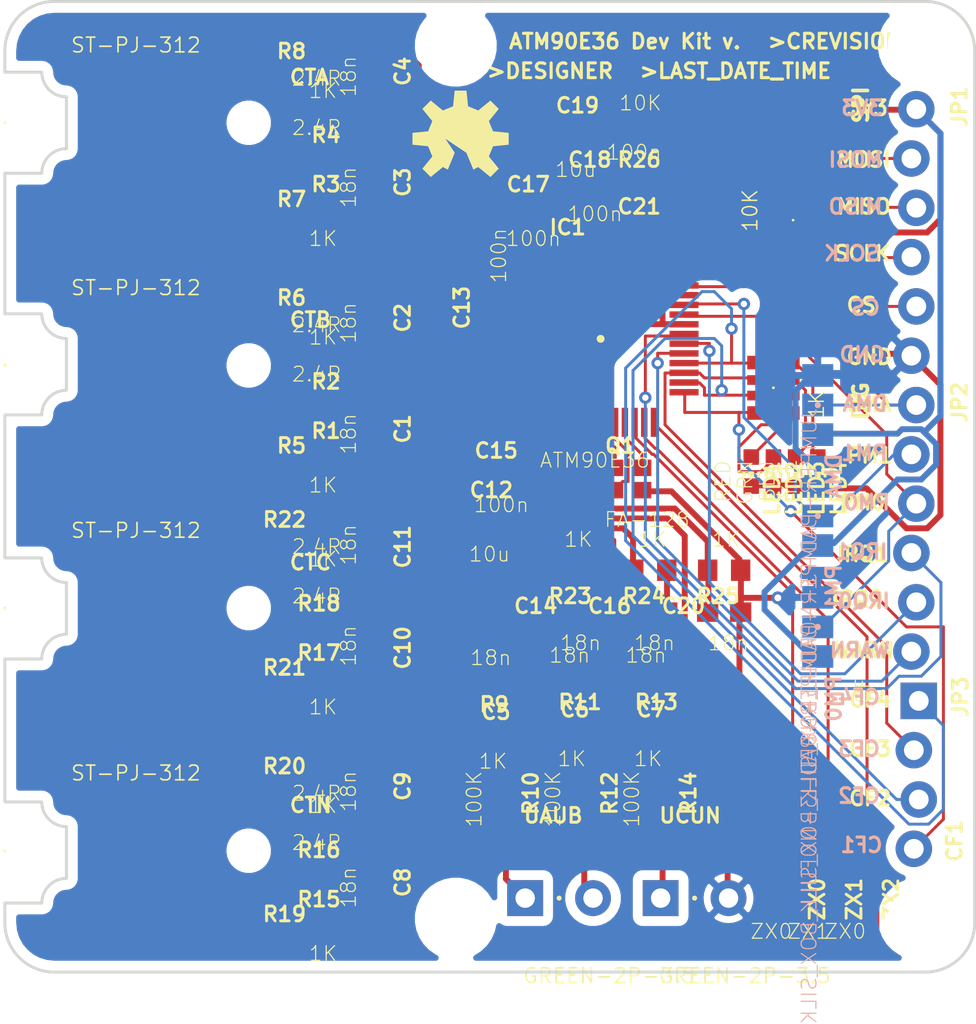
<source format=kicad_pcb>
(kicad_pcb (version 20170123) (host pcbnew "(2017-06-12 revision 8590a2299)-makepkg")
  (layers (0 Top signal) (31 Bottom signal) (34 B.Paste user) (35 F.Paste user) (36 B.SilkS user) (37 F.SilkS user) (38 B.Mask user) (39 F.Mask user) (44 Edge.Cuts user))
  (net 0 "")
  (net 1 IBP)
  (net 2 IB-)
  (net 3 IBN)
  (net 4 IA+)
  (net 5 IAP)
  (net 6 IB+)
  (net 7 IAN)
  (net 8 IC+)
  (net 9 ICP)
  (net 10 IC-)
  (net 11 ICN)
  (net 12 VBP)
  (net 13 VCP)
  (net 14 INP)
  (net 15 INN)
  (net 16 N$27)
  (net 17 N$29)
  (net 18 N$30)
  (net 19 GND)
  (net 20 N$28)
  (net 21 N$31)
  (net 22 ZX0)
  (net 23 ZX1)
  (net 24 ZX2)
  (net 25 VDD)
  (net 26 N$40)
  (net 27 MISO)
  (net 28 SCLK)
  (net 29 !CS)
  (net 30 MOSI)
  (net 31 PM1)
  (net 32 PM0)
  (net 33 IRQ1)
  (net 34 IRQ2)
  (net 35 WARN)
  (net 36 CF4)
  (net 37 CF3)
  (net 38 CF2)
  (net 39 CF1)
  (net 40 DMA)
  (net 41 N$55)
  (net 42 VAP)
  (net 43 IN+)
  (net 44 IN-)
  (net 45 IA-)
  (net 46 UA)
  (net 47 UB)
  (net 48 UC)
  (net 49 N$1)
  (net 50 N$3)
  (net 51 N$4)
  (net 52 N$5)
  (net 53 N$6)
  (module "" (layer Top) (at 146.7511 82.2786)
    (fp_text reference @HOLE0 hide)
    (fp_text value "" (at 0 0) (layer F.SilkS))
    (pad "" np_thru_hole circle (at 0 0) (size 3.2 3.2) (drill 3.2) (layers *.Cu))
  )
  (module "" (layer Top) (at 170.6261 82.2786)
    (fp_text reference @HOLE1 hide)
    (fp_text value "" (at 0 0) (layer F.SilkS))
    (pad "" np_thru_hole circle (at 0 0) (size 3.2 3.2) (drill 3.2) (layers *.Cu))
  )
  (module "" (layer Top) (at 170.6261 127.2536)
    (fp_text reference @HOLE2 hide)
    (fp_text value "" (at 0 0) (layer F.SilkS))
    (pad "" np_thru_hole circle (at 0 0) (size 3.2 3.2) (drill 3.2) (layers *.Cu))
  )
  (module "" (layer Top) (at 146.7511 127.2536)
    (fp_text reference @HOLE3 hide)
    (fp_text value "" (at 0 0) (layer F.SilkS))
    (pad "" np_thru_hole circle (at 0 0) (size 3.2 3.2) (drill 3.2) (layers *.Cu))
  )
  (module C0603 (layer Top) (at 142.8051 96.3486 270)
    (fp_text reference C2 (at -0.889 -0.762 90) (layer F.SilkS) (effects (font (size 0.76 0.76) (thickness 0.152)) (justify right top)))
    (fp_text value 18n (at -0.889 2.032 90) (layer F.SilkS) (effects (font (size 0.76 0.76) (thickness 0.0608)) (justify right top)))
    (pad 2 smd rect (at 0.85 0 270) (size 1.1 1) (layers Top F.Paste F.Mask) (net 19 GND))
    (pad 1 smd rect (at -0.85 0 270) (size 1.1 1) (layers Top F.Paste F.Mask) (net 1 IBP))
  )
  (module C0603 (layer Top) (at 142.8051 102.0636 270)
    (fp_text reference C1 (at -0.889 -0.762 90) (layer F.SilkS) (effects (font (size 0.76 0.76) (thickness 0.152)) (justify right top)))
    (fp_text value 18n (at -0.889 2.032 90) (layer F.SilkS) (effects (font (size 0.76 0.76) (thickness 0.0608)) (justify right top)))
    (pad 2 smd rect (at 0.85 0 270) (size 1.1 1) (layers Top F.Paste F.Mask) (net 3 IBN))
    (pad 1 smd rect (at -0.85 0 270) (size 1.1 1) (layers Top F.Paste F.Mask) (net 19 GND))
  )
  (module C0603 (layer Top) (at 142.8051 83.6486 270)
    (fp_text reference C4 (at -0.889 -0.762 90) (layer F.SilkS) (effects (font (size 0.76 0.76) (thickness 0.152)) (justify right top)))
    (fp_text value 18n (at -0.889 2.032 90) (layer F.SilkS) (effects (font (size 0.76 0.76) (thickness 0.0608)) (justify right top)))
    (pad 2 smd rect (at 0.85 0 270) (size 1.1 1) (layers Top F.Paste F.Mask) (net 19 GND))
    (pad 1 smd rect (at -0.85 0 270) (size 1.1 1) (layers Top F.Paste F.Mask) (net 5 IAP))
  )
  (module C0603 (layer Top) (at 142.8051 89.3636 270)
    (fp_text reference C3 (at -0.889 -0.762 90) (layer F.SilkS) (effects (font (size 0.76 0.76) (thickness 0.152)) (justify right top)))
    (fp_text value 18n (at -0.889 2.032 90) (layer F.SilkS) (effects (font (size 0.76 0.76) (thickness 0.0608)) (justify right top)))
    (pad 2 smd rect (at 0.85 0 270) (size 1.1 1) (layers Top F.Paste F.Mask) (net 7 IAN))
    (pad 1 smd rect (at -0.85 0 270) (size 1.1 1) (layers Top F.Paste F.Mask) (net 19 GND))
  )
  (module C0603 (layer Top) (at 142.8051 107.7786 270)
    (fp_text reference C11 (at -0.889 -0.762 90) (layer F.SilkS) (effects (font (size 0.76 0.76) (thickness 0.152)) (justify right top)))
    (fp_text value 18n (at -0.889 2.032 90) (layer F.SilkS) (effects (font (size 0.76 0.76) (thickness 0.0608)) (justify right top)))
    (pad 2 smd rect (at 0.85 0 270) (size 1.1 1) (layers Top F.Paste F.Mask) (net 19 GND))
    (pad 1 smd rect (at -0.85 0 270) (size 1.1 1) (layers Top F.Paste F.Mask) (net 9 ICP))
  )
  (module C0603 (layer Top) (at 142.8051 112.9856 270)
    (fp_text reference C10 (at -0.889 -0.762 90) (layer F.SilkS) (effects (font (size 0.76 0.76) (thickness 0.152)) (justify right top)))
    (fp_text value 18n (at -0.889 2.032 90) (layer F.SilkS) (effects (font (size 0.76 0.76) (thickness 0.0608)) (justify right top)))
    (pad 2 smd rect (at 0.85 0 270) (size 1.1 1) (layers Top F.Paste F.Mask) (net 11 ICN))
    (pad 1 smd rect (at -0.85 0 270) (size 1.1 1) (layers Top F.Paste F.Mask) (net 19 GND))
  )
  (module OSHW-LOGO-M (layer Top) (at 146.9961 87.0776)
    (fp_text reference LOGO1 hide)
    (fp_text value OSHW-LOGOM hide)
  )
  (module R0603 (layer Top) (at 140.0111 95.7136)
    (fp_text reference R6 (at -0.889 -0.889) (layer F.SilkS) (effects (font (size 0.76 0.76) (thickness 0.152)) (justify right top)))
    (fp_text value 1K (at -0.889 2.032) (layer F.SilkS) (effects (font (size 0.76 0.76) (thickness 0.0608)) (justify left bottom)))
    (pad 2 smd rect (at 0.85 0) (size 1 1.1) (layers Top F.Paste F.Mask) (net 1 IBP))
    (pad 1 smd rect (at -0.85 0) (size 1 1.1) (layers Top F.Paste F.Mask) (net 6 IB+))
  )
  (module R0603 (layer Top) (at 140.0111 109.6836 180)
    (fp_text reference R18 (at -0.889 -0.889) (layer F.SilkS) (effects (font (size 0.76 0.76) (thickness 0.152)) (justify right top)))
    (fp_text value 2.4R (at -0.889 2.032) (layer F.SilkS) (effects (font (size 0.76 0.76) (thickness 0.0608)) (justify right top)))
    (pad 2 smd rect (at 0.85 0 180) (size 1 1.1) (layers Top F.Paste F.Mask) (net 8 IC+))
    (pad 1 smd rect (at -0.85 0 180) (size 1 1.1) (layers Top F.Paste F.Mask) (net 19 GND))
  )
  (module R0603 (layer Top) (at 140.0111 112.2236 180)
    (fp_text reference R17 (at -0.889 -0.889) (layer F.SilkS) (effects (font (size 0.76 0.76) (thickness 0.152)) (justify right top)))
    (fp_text value 2.4R (at -0.889 2.032) (layer F.SilkS) (effects (font (size 0.76 0.76) (thickness 0.0608)) (justify right top)))
    (pad 2 smd rect (at 0.85 0 180) (size 1 1.1) (layers Top F.Paste F.Mask) (net 10 IC-))
    (pad 1 smd rect (at -0.85 0 180) (size 1 1.1) (layers Top F.Paste F.Mask) (net 19 GND))
  )
  (module R0603 (layer Top) (at 140.0111 114.7636)
    (fp_text reference R21 (at -0.889 -0.889) (layer F.SilkS) (effects (font (size 0.76 0.76) (thickness 0.152)) (justify right top)))
    (fp_text value 1K (at -0.889 2.032) (layer F.SilkS) (effects (font (size 0.76 0.76) (thickness 0.0608)) (justify left bottom)))
    (pad 2 smd rect (at 0.85 0) (size 1 1.1) (layers Top F.Paste F.Mask) (net 11 ICN))
    (pad 1 smd rect (at -0.85 0) (size 1 1.1) (layers Top F.Paste F.Mask) (net 10 IC-))
  )
  (module R0603 (layer Top) (at 140.0111 98.2536 180)
    (fp_text reference R2 (at -0.889 -0.889) (layer F.SilkS) (effects (font (size 0.76 0.76) (thickness 0.152)) (justify right top)))
    (fp_text value 2.4R (at -0.889 2.032) (layer F.SilkS) (effects (font (size 0.76 0.76) (thickness 0.0608)) (justify right top)))
    (pad 2 smd rect (at 0.85 0 180) (size 1 1.1) (layers Top F.Paste F.Mask) (net 6 IB+))
    (pad 1 smd rect (at -0.85 0 180) (size 1 1.1) (layers Top F.Paste F.Mask) (net 19 GND))
  )
  (module R0603 (layer Top) (at 140.0111 83.0136)
    (fp_text reference R8 (at -0.889 -0.889) (layer F.SilkS) (effects (font (size 0.76 0.76) (thickness 0.152)) (justify right top)))
    (fp_text value 1K (at -0.889 2.032) (layer F.SilkS) (effects (font (size 0.76 0.76) (thickness 0.0608)) (justify left bottom)))
    (pad 2 smd rect (at 0.85 0) (size 1 1.1) (layers Top F.Paste F.Mask) (net 5 IAP))
    (pad 1 smd rect (at -0.85 0) (size 1 1.1) (layers Top F.Paste F.Mask) (net 4 IA+))
  )
  (module R0603 (layer Top) (at 140.0111 100.7936 180)
    (fp_text reference R1 (at -0.889 -0.889) (layer F.SilkS) (effects (font (size 0.76 0.76) (thickness 0.152)) (justify right top)))
    (fp_text value 2.4R (at -0.889 2.032) (layer F.SilkS) (effects (font (size 0.76 0.76) (thickness 0.0608)) (justify right top)))
    (pad 2 smd rect (at 0.85 0 180) (size 1 1.1) (layers Top F.Paste F.Mask) (net 2 IB-))
    (pad 1 smd rect (at -0.85 0 180) (size 1 1.1) (layers Top F.Paste F.Mask) (net 19 GND))
  )
  (module R0603 (layer Top) (at 140.0111 103.3336)
    (fp_text reference R5 (at -0.889 -0.889) (layer F.SilkS) (effects (font (size 0.76 0.76) (thickness 0.152)) (justify right top)))
    (fp_text value 1K (at -0.889 2.032) (layer F.SilkS) (effects (font (size 0.76 0.76) (thickness 0.0608)) (justify left bottom)))
    (pad 2 smd rect (at 0.85 0) (size 1 1.1) (layers Top F.Paste F.Mask) (net 3 IBN))
    (pad 1 smd rect (at -0.85 0) (size 1 1.1) (layers Top F.Paste F.Mask) (net 2 IB-))
  )
  (module R0603 (layer Top) (at 140.0111 85.5536 180)
    (fp_text reference R4 (at -0.889 -0.889) (layer F.SilkS) (effects (font (size 0.76 0.76) (thickness 0.152)) (justify right top)))
    (fp_text value 2.4R (at -0.889 2.032) (layer F.SilkS) (effects (font (size 0.76 0.76) (thickness 0.0608)) (justify right top)))
    (pad 2 smd rect (at 0.85 0 180) (size 1 1.1) (layers Top F.Paste F.Mask) (net 4 IA+))
    (pad 1 smd rect (at -0.85 0 180) (size 1 1.1) (layers Top F.Paste F.Mask) (net 19 GND))
  )
  (module R0603 (layer Top) (at 140.0111 88.0936 180)
    (fp_text reference R3 (at -0.889 -0.889) (layer F.SilkS) (effects (font (size 0.76 0.76) (thickness 0.152)) (justify right top)))
    (fp_text value 2.4R (at -0.889 2.032) (layer F.SilkS) (effects (font (size 0.76 0.76) (thickness 0.0608)) (justify right top)))
    (pad 2 smd rect (at 0.85 0 180) (size 1 1.1) (layers Top F.Paste F.Mask) (net 45 IA-))
    (pad 1 smd rect (at -0.85 0 180) (size 1 1.1) (layers Top F.Paste F.Mask) (net 19 GND))
  )
  (module R0603 (layer Top) (at 140.0111 90.6336)
    (fp_text reference R7 (at -0.889 -0.889) (layer F.SilkS) (effects (font (size 0.76 0.76) (thickness 0.152)) (justify right top)))
    (fp_text value 1K (at -0.889 2.032) (layer F.SilkS) (effects (font (size 0.76 0.76) (thickness 0.0608)) (justify left bottom)))
    (pad 2 smd rect (at 0.85 0) (size 1 1.1) (layers Top F.Paste F.Mask) (net 7 IAN))
    (pad 1 smd rect (at -0.85 0) (size 1 1.1) (layers Top F.Paste F.Mask) (net 45 IA-))
  )
  (module R0603 (layer Top) (at 140.0111 107.1436)
    (fp_text reference R22 (at -0.889 -0.889) (layer F.SilkS) (effects (font (size 0.76 0.76) (thickness 0.152)) (justify right top)))
    (fp_text value 1K (at -0.889 2.032) (layer F.SilkS) (effects (font (size 0.76 0.76) (thickness 0.0608)) (justify left bottom)))
    (pad 2 smd rect (at 0.85 0) (size 1 1.1) (layers Top F.Paste F.Mask) (net 9 ICP))
    (pad 1 smd rect (at -0.85 0) (size 1 1.1) (layers Top F.Paste F.Mask) (net 8 IC+))
  )
  (module TQFP48 (layer Top) (at 154.2161 97.3836)
    (fp_text reference IC1 (at -2.72 -5.3001) (layer F.SilkS) (effects (font (size 0.76 0.76) (thickness 0.152)) (justify left bottom)))
    (fp_text value ATM90E36 (at -3.1801 6.6999) (layer F.SilkS) (effects (font (size 0.76 0.76) (thickness 0.0608)) (justify left bottom)))
    (pad 48 smd rect (at -2.75 -4.3) (size 0.3302 1.4986) (layers Top F.Paste F.Mask) (net 25 VDD))
    (pad 47 smd rect (at -2.25 -4.3) (size 0.3302 1.4986) (layers Top F.Paste F.Mask) (net 19 GND))
    (pad 46 smd rect (at -1.75 -4.3) (size 0.3302 1.4986) (layers Top F.Paste F.Mask))
    (pad 45 smd rect (at -1.25 -4.3) (size 0.3302 1.4986) (layers Top F.Paste F.Mask))
    (pad 44 smd rect (at -0.75 -4.3) (size 0.3302 1.4986) (layers Top F.Paste F.Mask) (net 19 GND))
    (pad 43 smd rect (at -0.25 -4.3) (size 0.3302 1.4986) (layers Top F.Paste F.Mask) (net 26 N$40))
    (pad 42 smd rect (at 0.25 -4.3) (size 0.3302 1.4986) (layers Top F.Paste F.Mask) (net 26 N$40))
    (pad 41 smd rect (at 0.75 -4.3) (size 0.3302 1.4986) (layers Top F.Paste F.Mask) (net 49 N$1))
    (pad 40 smd rect (at 1.25 -4.3) (size 0.3302 1.4986) (layers Top F.Paste F.Mask) (net 30 MOSI))
    (pad 39 smd rect (at 1.75 -4.3) (size 0.3302 1.4986) (layers Top F.Paste F.Mask) (net 27 MISO))
    (pad 38 smd rect (at 2.25 -4.3) (size 0.3302 1.4986) (layers Top F.Paste F.Mask) (net 28 SCLK))
    (pad 37 smd rect (at 2.75 -4.3) (size 0.3302 1.4986) (layers Top F.Paste F.Mask) (net 29 !CS))
    (pad 36 smd rect (at 4.3 -2.75) (size 1.4986 0.3302) (layers Top F.Paste F.Mask) (net 40 DMA))
    (pad 35 smd rect (at 4.3 -2.25) (size 1.4986 0.3302) (layers Top F.Paste F.Mask))
    (pad 34 smd rect (at 4.3 -1.75) (size 1.4986 0.3302) (layers Top F.Paste F.Mask) (net 31 PM1))
    (pad 33 smd rect (at 4.3 -1.25) (size 1.4986 0.3302) (layers Top F.Paste F.Mask) (net 32 PM0))
    (pad 32 smd rect (at 4.3 -0.75) (size 1.4986 0.3302) (layers Top F.Paste F.Mask) (net 19 GND))
    (pad 31 smd rect (at 4.3 -0.25) (size 1.4986 0.3302) (layers Top F.Paste F.Mask) (net 33 IRQ1))
    (pad 30 smd rect (at 4.3 0.25) (size 1.4986 0.3302) (layers Top F.Paste F.Mask) (net 34 IRQ2))
    (pad 29 smd rect (at 4.3 0.75) (size 1.4986 0.3302) (layers Top F.Paste F.Mask) (net 35 WARN))
    (pad 28 smd rect (at 4.3 1.25) (size 1.4986 0.3302) (layers Top F.Paste F.Mask) (net 36 CF4))
    (pad 27 smd rect (at 4.3 1.75) (size 1.4986 0.3302) (layers Top F.Paste F.Mask) (net 37 CF3))
    (pad 26 smd rect (at 4.3 2.25) (size 1.4986 0.3302) (layers Top F.Paste F.Mask) (net 38 CF2))
    (pad 25 smd rect (at 4.3 2.75) (size 1.4986 0.3302) (layers Top F.Paste F.Mask) (net 39 CF1))
    (pad 24 smd rect (at 2.75 4.3) (size 0.3302 1.4986) (layers Top F.Paste F.Mask) (net 24 ZX2))
    (pad 23 smd rect (at 2.25 4.3) (size 0.3302 1.4986) (layers Top F.Paste F.Mask) (net 23 ZX1))
    (pad 22 smd rect (at 1.75 4.3) (size 0.3302 1.4986) (layers Top F.Paste F.Mask) (net 22 ZX0))
    (pad 21 smd rect (at 1.25 4.3) (size 0.3302 1.4986) (layers Top F.Paste F.Mask) (net 21 N$31))
    (pad 20 smd rect (at 0.75 4.3) (size 0.3302 1.4986) (layers Top F.Paste F.Mask) (net 20 N$28))
    (pad 19 smd rect (at 0.25 4.3) (size 0.3302 1.4986) (layers Top F.Paste F.Mask) (net 19 GND))
    (pad 18 smd rect (at -0.25 4.3) (size 0.3302 1.4986) (layers Top F.Paste F.Mask) (net 18 N$30))
    (pad 17 smd rect (at -0.75 4.3) (size 0.3302 1.4986) (layers Top F.Paste F.Mask) (net 13 VCP))
    (pad 16 smd rect (at -1.25 4.3) (size 0.3302 1.4986) (layers Top F.Paste F.Mask) (net 17 N$29))
    (pad 15 smd rect (at -1.75 4.3) (size 0.3302 1.4986) (layers Top F.Paste F.Mask) (net 12 VBP))
    (pad 14 smd rect (at -2.25 4.3) (size 0.3302 1.4986) (layers Top F.Paste F.Mask) (net 16 N$27))
    (pad 13 smd rect (at -2.75 4.3) (size 0.3302 1.4986) (layers Top F.Paste F.Mask) (net 42 VAP))
    (pad 12 smd rect (at -4.3 2.75) (size 1.4986 0.3302) (layers Top F.Paste F.Mask) (net 19 GND))
    (pad 11 smd rect (at -4.3 2.25) (size 1.4986 0.3302) (layers Top F.Paste F.Mask) (net 41 N$55))
    (pad 10 smd rect (at -4.3 1.75) (size 1.4986 0.3302) (layers Top F.Paste F.Mask) (net 15 INN))
    (pad 9 smd rect (at -4.3 1.25) (size 1.4986 0.3302) (layers Top F.Paste F.Mask) (net 14 INP))
    (pad 8 smd rect (at -4.3 0.75) (size 1.4986 0.3302) (layers Top F.Paste F.Mask) (net 11 ICN))
    (pad 7 smd rect (at -4.3 0.25) (size 1.4986 0.3302) (layers Top F.Paste F.Mask) (net 9 ICP))
    (pad 6 smd rect (at -4.3 -0.25) (size 1.4986 0.3302) (layers Top F.Paste F.Mask) (net 3 IBN))
    (pad 5 smd rect (at -4.3 -0.75) (size 1.4986 0.3302) (layers Top F.Paste F.Mask) (net 1 IBP))
    (pad 4 smd rect (at -4.3 -1.25) (size 1.4986 0.3302) (layers Top F.Paste F.Mask) (net 7 IAN))
    (pad 3 smd rect (at -4.3 -1.75) (size 1.4986 0.3302) (layers Top F.Paste F.Mask) (net 5 IAP))
    (pad 2 smd rect (at -4.3 -2.25) (size 1.4986 0.3302) (layers Top F.Paste F.Mask) (net 19 GND))
    (pad 1 smd rect (at -4.3 -2.75) (size 1.4986 0.3302) (layers Top F.Paste F.Mask) (net 25 VDD))
  )
  (module R0603 (layer Top) (at 152.9651 109.3026 180)
    (fp_text reference R23 (at -0.889 -0.889) (layer F.SilkS) (effects (font (size 0.76 0.76) (thickness 0.152)) (justify right top)))
    (fp_text value 1K (at -0.889 2.032) (layer F.SilkS) (effects (font (size 0.76 0.76) (thickness 0.0608)) (justify right top)))
    (pad 2 smd rect (at 0.85 0 180) (size 1 1.1) (layers Top F.Paste F.Mask) (net 16 N$27))
    (pad 1 smd rect (at -0.85 0 180) (size 1 1.1) (layers Top F.Paste F.Mask) (net 19 GND))
  )
  (module R0603 (layer Top) (at 156.7751 109.3026 180)
    (fp_text reference R24 (at -0.889 -0.889) (layer F.SilkS) (effects (font (size 0.76 0.76) (thickness 0.152)) (justify right top)))
    (fp_text value 1K (at -0.889 2.032) (layer F.SilkS) (effects (font (size 0.76 0.76) (thickness 0.0608)) (justify right top)))
    (pad 2 smd rect (at 0.85 0 180) (size 1 1.1) (layers Top F.Paste F.Mask) (net 17 N$29))
    (pad 1 smd rect (at -0.85 0 180) (size 1 1.1) (layers Top F.Paste F.Mask) (net 19 GND))
  )
  (module R0603 (layer Top) (at 160.5851 109.3026 180)
    (fp_text reference R25 (at -0.889 -0.889) (layer F.SilkS) (effects (font (size 0.76 0.76) (thickness 0.152)) (justify right top)))
    (fp_text value 1K (at -0.889 2.032) (layer F.SilkS) (effects (font (size 0.76 0.76) (thickness 0.0608)) (justify right top)))
    (pad 2 smd rect (at 0.85 0 180) (size 1 1.1) (layers Top F.Paste F.Mask) (net 18 N$30))
    (pad 1 smd rect (at -0.85 0 180) (size 1 1.1) (layers Top F.Paste F.Mask) (net 19 GND))
  )
  (module C0603 (layer Top) (at 152.9651 111.4616)
    (fp_text reference C14 (at -0.889 -0.762) (layer F.SilkS) (effects (font (size 0.76 0.76) (thickness 0.152)) (justify right top)))
    (fp_text value 18n (at -0.889 2.032) (layer F.SilkS) (effects (font (size 0.76 0.76) (thickness 0.0608)) (justify left bottom)))
    (pad 2 smd rect (at 0.85 0) (size 1.1 1) (layers Top F.Paste F.Mask) (net 19 GND))
    (pad 1 smd rect (at -0.85 0) (size 1.1 1) (layers Top F.Paste F.Mask) (net 16 N$27))
  )
  (module C0603 (layer Top) (at 156.7751 111.4616)
    (fp_text reference C16 (at -0.889 -0.762) (layer F.SilkS) (effects (font (size 0.76 0.76) (thickness 0.152)) (justify right top)))
    (fp_text value 18n (at -0.889 2.032) (layer F.SilkS) (effects (font (size 0.76 0.76) (thickness 0.0608)) (justify left bottom)))
    (pad 2 smd rect (at 0.85 0) (size 1.1 1) (layers Top F.Paste F.Mask) (net 19 GND))
    (pad 1 smd rect (at -0.85 0) (size 1.1 1) (layers Top F.Paste F.Mask) (net 17 N$29))
  )
  (module C0603 (layer Top) (at 160.5851 111.4616)
    (fp_text reference C20 (at -0.889 -0.762) (layer F.SilkS) (effects (font (size 0.76 0.76) (thickness 0.152)) (justify right top)))
    (fp_text value 18n (at -0.889 2.032) (layer F.SilkS) (effects (font (size 0.76 0.76) (thickness 0.0608)) (justify left bottom)))
    (pad 2 smd rect (at 0.85 0) (size 1.1 1) (layers Top F.Paste F.Mask) (net 19 GND))
    (pad 1 smd rect (at -0.85 0) (size 1.1 1) (layers Top F.Paste F.Mask) (net 18 N$30))
  )
  (module C0603 (layer Top) (at 148.5201 104.3496)
    (fp_text reference C15 (at -0.889 -0.762) (layer F.SilkS) (effects (font (size 0.76 0.76) (thickness 0.152)) (justify left bottom)))
    (fp_text value 100n (at -0.889 2.032) (layer F.SilkS) (effects (font (size 0.76 0.76) (thickness 0.0608)) (justify left bottom)))
    (pad 2 smd rect (at 0.85 0) (size 1.1 1) (layers Top F.Paste F.Mask) (net 19 GND))
    (pad 1 smd rect (at -0.85 0) (size 1.1 1) (layers Top F.Paste F.Mask) (net 41 N$55))
  )
  (module C0603 (layer Top) (at 147.3771 93.6816 90)
    (fp_text reference C13 (at -0.889 -0.762 90) (layer F.SilkS) (effects (font (size 0.76 0.76) (thickness 0.152)) (justify right top)))
    (fp_text value 100n (at -0.889 2.032 90) (layer F.SilkS) (effects (font (size 0.76 0.76) (thickness 0.0608)) (justify left bottom)))
    (pad 2 smd rect (at 0.85 0 90) (size 1.1 1) (layers Top F.Paste F.Mask) (net 25 VDD))
    (pad 1 smd rect (at -0.85 0 90) (size 1.1 1) (layers Top F.Paste F.Mask) (net 19 GND))
  )
  (module C0603 (layer Top) (at 150.1711 90.6336)
    (fp_text reference C17 (at -0.889 -0.762) (layer F.SilkS) (effects (font (size 0.76 0.76) (thickness 0.152)) (justify left bottom)))
    (fp_text value 100n (at -0.889 2.032) (layer F.SilkS) (effects (font (size 0.76 0.76) (thickness 0.0608)) (justify left bottom)))
    (pad 2 smd rect (at 0.85 0) (size 1.1 1) (layers Top F.Paste F.Mask) (net 19 GND))
    (pad 1 smd rect (at -0.85 0) (size 1.1 1) (layers Top F.Paste F.Mask) (net 25 VDD))
  )
  (module C0603 (layer Top) (at 153.3461 89.3636)
    (fp_text reference C18 (at -0.889 -0.762) (layer F.SilkS) (effects (font (size 0.76 0.76) (thickness 0.152)) (justify left bottom)))
    (fp_text value 100n (at -0.889 2.032) (layer F.SilkS) (effects (font (size 0.76 0.76) (thickness 0.0608)) (justify left bottom)))
    (pad 2 smd rect (at 0.85 0) (size 1.1 1) (layers Top F.Paste F.Mask) (net 26 N$40))
    (pad 1 smd rect (at -0.85 0) (size 1.1 1) (layers Top F.Paste F.Mask) (net 19 GND))
  )
  (module C0805 (layer Top) (at 152.7111 86.8236)
    (fp_text reference C19 (at -0.889 -1.016) (layer F.SilkS) (effects (font (size 0.76 0.76) (thickness 0.152)) (justify left bottom)))
    (fp_text value 10u (at -0.889 2.286) (layer F.SilkS) (effects (font (size 0.76 0.76) (thickness 0.0608)) (justify left bottom)))
    (pad 2 smd rect (at 0.85 0) (size 1.3 1.5) (layers Top F.Paste F.Mask) (net 26 N$40))
    (pad 1 smd rect (at -0.85 0) (size 1.3 1.5) (layers Top F.Paste F.Mask) (net 19 GND))
  )
  (module R0603 (layer Top) (at 156.5211 86.8236 180)
    (fp_text reference R26 (at -0.889 -0.889) (layer F.SilkS) (effects (font (size 0.76 0.76) (thickness 0.152)) (justify right top)))
    (fp_text value 10K (at -0.889 2.032) (layer F.SilkS) (effects (font (size 0.76 0.76) (thickness 0.0608)) (justify right top)))
    (pad 2 smd rect (at 0.85 0 180) (size 1 1.1) (layers Top F.Paste F.Mask) (net 49 N$1))
    (pad 1 smd rect (at -0.85 0 180) (size 1 1.1) (layers Top F.Paste F.Mask) (net 25 VDD))
  )
  (module C0603 (layer Top) (at 156.5211 89.3636 180)
    (fp_text reference C21 (at -0.889 -0.762) (layer F.SilkS) (effects (font (size 0.76 0.76) (thickness 0.152)) (justify right top)))
    (fp_text value 100n (at -0.889 2.032) (layer F.SilkS) (effects (font (size 0.76 0.76) (thickness 0.0608)) (justify right top)))
    (pad 2 smd rect (at 0.85 0 180) (size 1.1 1) (layers Top F.Paste F.Mask) (net 49 N$1))
    (pad 1 smd rect (at -0.85 0 180) (size 1.1 1) (layers Top F.Paste F.Mask) (net 19 GND))
  )
  (module C0805 (layer Top) (at 148.2661 106.6356)
    (fp_text reference C12 (at -0.889 -1.016) (layer F.SilkS) (effects (font (size 0.76 0.76) (thickness 0.152)) (justify left bottom)))
    (fp_text value 10u (at -0.889 2.286) (layer F.SilkS) (effects (font (size 0.76 0.76) (thickness 0.0608)) (justify left bottom)))
    (pad 2 smd rect (at 0.85 0) (size 1.3 1.5) (layers Top F.Paste F.Mask) (net 19 GND))
    (pad 1 smd rect (at -0.85 0) (size 1.3 1.5) (layers Top F.Paste F.Mask) (net 41 N$55))
  )
  (module R0603 (layer Top) (at 148.7741 117.5576)
    (fp_text reference R9 (at -0.889 -0.889) (layer F.SilkS) (effects (font (size 0.76 0.76) (thickness 0.152)) (justify left bottom)))
    (fp_text value 1K (at -0.889 2.032) (layer F.SilkS) (effects (font (size 0.76 0.76) (thickness 0.0608)) (justify left bottom)))
    (pad 2 smd rect (at 0.85 0) (size 1 1.1) (layers Top F.Paste F.Mask) (net 42 VAP))
    (pad 1 smd rect (at -0.85 0) (size 1 1.1) (layers Top F.Paste F.Mask) (net 19 GND))
  )
  (module R0603 (layer Top) (at 152.8381 117.4306)
    (fp_text reference R11 (at -0.889 -0.889) (layer F.SilkS) (effects (font (size 0.76 0.76) (thickness 0.152)) (justify left bottom)))
    (fp_text value 1K (at -0.889 2.032) (layer F.SilkS) (effects (font (size 0.76 0.76) (thickness 0.0608)) (justify left bottom)))
    (pad 2 smd rect (at 0.85 0) (size 1 1.1) (layers Top F.Paste F.Mask) (net 12 VBP))
    (pad 1 smd rect (at -0.85 0) (size 1 1.1) (layers Top F.Paste F.Mask) (net 19 GND))
  )
  (module R0603 (layer Top) (at 156.7751 117.4306)
    (fp_text reference R13 (at -0.889 -0.889) (layer F.SilkS) (effects (font (size 0.76 0.76) (thickness 0.152)) (justify left bottom)))
    (fp_text value 1K (at -0.889 2.032) (layer F.SilkS) (effects (font (size 0.76 0.76) (thickness 0.0608)) (justify left bottom)))
    (pad 2 smd rect (at 0.85 0) (size 1 1.1) (layers Top F.Paste F.Mask) (net 13 VCP))
    (pad 1 smd rect (at -0.85 0) (size 1 1.1) (layers Top F.Paste F.Mask) (net 19 GND))
  )
  (module C0603 (layer Top) (at 148.7741 115.3986 180)
    (fp_text reference C5 (at -0.889 -0.762) (layer F.SilkS) (effects (font (size 0.76 0.76) (thickness 0.152)) (justify right top)))
    (fp_text value 18n (at -0.889 2.032) (layer F.SilkS) (effects (font (size 0.76 0.76) (thickness 0.0608)) (justify right top)))
    (pad 2 smd rect (at 0.85 0 180) (size 1.1 1) (layers Top F.Paste F.Mask) (net 19 GND))
    (pad 1 smd rect (at -0.85 0 180) (size 1.1 1) (layers Top F.Paste F.Mask) (net 42 VAP))
  )
  (module C0603 (layer Top) (at 152.8381 115.2716 180)
    (fp_text reference C6 (at -0.889 -0.762) (layer F.SilkS) (effects (font (size 0.76 0.76) (thickness 0.152)) (justify right top)))
    (fp_text value 18n (at -0.889 2.032) (layer F.SilkS) (effects (font (size 0.76 0.76) (thickness 0.0608)) (justify right top)))
    (pad 2 smd rect (at 0.85 0 180) (size 1.1 1) (layers Top F.Paste F.Mask) (net 19 GND))
    (pad 1 smd rect (at -0.85 0 180) (size 1.1 1) (layers Top F.Paste F.Mask) (net 12 VBP))
  )
  (module C0603 (layer Top) (at 156.7751 115.2716 180)
    (fp_text reference C7 (at -0.889 -0.762) (layer F.SilkS) (effects (font (size 0.76 0.76) (thickness 0.152)) (justify right top)))
    (fp_text value 18n (at -0.889 2.032) (layer F.SilkS) (effects (font (size 0.76 0.76) (thickness 0.0608)) (justify right top)))
    (pad 2 smd rect (at 0.85 0 180) (size 1.1 1) (layers Top F.Paste F.Mask) (net 19 GND))
    (pad 1 smd rect (at -0.85 0 180) (size 1.1 1) (layers Top F.Paste F.Mask) (net 13 VCP))
  )
  (module R0603 (layer Top) (at 140.0111 119.8436)
    (fp_text reference R20 (at -0.889 -0.889) (layer F.SilkS) (effects (font (size 0.76 0.76) (thickness 0.152)) (justify right top)))
    (fp_text value 1K (at -0.889 2.032) (layer F.SilkS) (effects (font (size 0.76 0.76) (thickness 0.0608)) (justify left bottom)))
    (pad 2 smd rect (at 0.85 0) (size 1 1.1) (layers Top F.Paste F.Mask) (net 14 INP))
    (pad 1 smd rect (at -0.85 0) (size 1 1.1) (layers Top F.Paste F.Mask) (net 43 IN+))
  )
  (module R0603 (layer Top) (at 140.0111 122.3836 180)
    (fp_text reference R16 (at -0.889 -0.889) (layer F.SilkS) (effects (font (size 0.76 0.76) (thickness 0.152)) (justify right top)))
    (fp_text value 2.4R (at -0.889 2.032) (layer F.SilkS) (effects (font (size 0.76 0.76) (thickness 0.0608)) (justify right top)))
    (pad 2 smd rect (at 0.85 0 180) (size 1 1.1) (layers Top F.Paste F.Mask) (net 43 IN+))
    (pad 1 smd rect (at -0.85 0 180) (size 1 1.1) (layers Top F.Paste F.Mask) (net 19 GND))
  )
  (module R0603 (layer Top) (at 140.0111 124.9236 180)
    (fp_text reference R15 (at -0.889 -0.889) (layer F.SilkS) (effects (font (size 0.76 0.76) (thickness 0.152)) (justify right top)))
    (fp_text value 2.4R (at -0.889 2.032) (layer F.SilkS) (effects (font (size 0.76 0.76) (thickness 0.0608)) (justify right top)))
    (pad 2 smd rect (at 0.85 0 180) (size 1 1.1) (layers Top F.Paste F.Mask) (net 44 IN-))
    (pad 1 smd rect (at -0.85 0 180) (size 1 1.1) (layers Top F.Paste F.Mask) (net 19 GND))
  )
  (module R0603 (layer Top) (at 140.0111 127.4636)
    (fp_text reference R19 (at -0.889 -0.889) (layer F.SilkS) (effects (font (size 0.76 0.76) (thickness 0.152)) (justify right top)))
    (fp_text value 1K (at -0.889 2.032) (layer F.SilkS) (effects (font (size 0.76 0.76) (thickness 0.0608)) (justify left bottom)))
    (pad 2 smd rect (at 0.85 0) (size 1 1.1) (layers Top F.Paste F.Mask) (net 15 INN))
    (pad 1 smd rect (at -0.85 0) (size 1 1.1) (layers Top F.Paste F.Mask) (net 44 IN-))
  )
  (module C0603 (layer Top) (at 142.8051 120.4786 270)
    (fp_text reference C9 (at -0.889 -0.762 90) (layer F.SilkS) (effects (font (size 0.76 0.76) (thickness 0.152)) (justify right top)))
    (fp_text value 18n (at -0.889 2.032 90) (layer F.SilkS) (effects (font (size 0.76 0.76) (thickness 0.0608)) (justify right top)))
    (pad 2 smd rect (at 0.85 0 270) (size 1.1 1) (layers Top F.Paste F.Mask) (net 19 GND))
    (pad 1 smd rect (at -0.85 0 270) (size 1.1 1) (layers Top F.Paste F.Mask) (net 14 INP))
  )
  (module C0603 (layer Top) (at 142.8051 125.4316 270)
    (fp_text reference C8 (at -0.889 -0.762 90) (layer F.SilkS) (effects (font (size 0.76 0.76) (thickness 0.152)) (justify right top)))
    (fp_text value 18n (at -0.889 2.032 90) (layer F.SilkS) (effects (font (size 0.76 0.76) (thickness 0.0608)) (justify right top)))
    (pad 2 smd rect (at 0.85 0 270) (size 1.1 1) (layers Top F.Paste F.Mask) (net 15 INN))
    (pad 1 smd rect (at -0.85 0 270) (size 1.1 1) (layers Top F.Paste F.Mask) (net 19 GND))
  )
  (module FA-128 (layer Top) (at 155.6321 104.6036)
    (fp_text reference Q1 (at -1.27 -1.27) (layer F.SilkS) (effects (font (size 0.76 0.76) (thickness 0.152)) (justify left bottom)))
    (fp_text value FA-128 (at -1.27 2.54) (layer F.SilkS) (effects (font (size 0.76 0.76) (thickness 0.0608)) (justify left bottom)))
    (pad 4 smd rect (at -0.725 -0.575 180) (size 0.95 0.85) (layers Top F.Paste F.Mask) (net 19 GND))
    (pad 3 smd rect (at 0.725 -0.575 180) (size 0.95 0.85) (layers Top F.Paste F.Mask) (net 21 N$31))
    (pad 2 smd rect (at 0.725 0.575) (size 0.95 0.85) (layers Top F.Paste F.Mask) (net 19 GND))
    (pad 1 smd rect (at -0.725 0.575) (size 0.95 0.85) (layers Top F.Paste F.Mask) (net 20 N$28))
  )
  (module R0603 (layer Top) (at 149.2821 120.4786 270)
    (fp_text reference R10 (at -0.889 -0.889 90) (layer F.SilkS) (effects (font (size 0.76 0.76) (thickness 0.152)) (justify right top)))
    (fp_text value 100K (at -0.889 2.032 90) (layer F.SilkS) (effects (font (size 0.76 0.76) (thickness 0.0608)) (justify right top)))
    (pad 2 smd rect (at 0.85 0 270) (size 1 1.1) (layers Top F.Paste F.Mask) (net 46 UA))
    (pad 1 smd rect (at -0.85 0 270) (size 1 1.1) (layers Top F.Paste F.Mask) (net 42 VAP))
  )
  (module R0603 (layer Top) (at 153.3461 120.4786 270)
    (fp_text reference R12 (at -0.889 -0.889 90) (layer F.SilkS) (effects (font (size 0.76 0.76) (thickness 0.152)) (justify right top)))
    (fp_text value 100K (at -0.889 2.032 90) (layer F.SilkS) (effects (font (size 0.76 0.76) (thickness 0.0608)) (justify right top)))
    (pad 2 smd rect (at 0.85 0 270) (size 1 1.1) (layers Top F.Paste F.Mask) (net 47 UB))
    (pad 1 smd rect (at -0.85 0 270) (size 1 1.1) (layers Top F.Paste F.Mask) (net 12 VBP))
  )
  (module R0603 (layer Top) (at 157.4101 120.4786 270)
    (fp_text reference R14 (at -0.889 -0.889 90) (layer F.SilkS) (effects (font (size 0.76 0.76) (thickness 0.152)) (justify right top)))
    (fp_text value 100K (at -0.889 2.032 90) (layer F.SilkS) (effects (font (size 0.76 0.76) (thickness 0.0608)) (justify right top)))
    (pad 2 smd rect (at 0.85 0 270) (size 1 1.1) (layers Top F.Paste F.Mask) (net 48 UC))
    (pad 1 smd rect (at -0.85 0 270) (size 1 1.1) (layers Top F.Paste F.Mask) (net 13 VCP))
  )
  (module H2-3.5-7.0X7.0MM (layer Top) (at 152.0761 126.1936)
    (fp_text reference UAUB (at -1.905 -3.81) (layer F.SilkS) (effects (font (size 0.76 0.76) (thickness 0.152)) (justify left bottom)))
    (fp_text value GREEN-2P-3.5 (at -1.905 4.445) (layer F.SilkS) (effects (font (size 0.76 0.76) (thickness 0.0836)) (justify left bottom)))
    (pad 2 thru_hole circle (at 1.75 0) (size 1.85 1.85) (drill 1) (layers *.Cu *.Mask) (net 47 UB))
    (pad 1 thru_hole rect (at -1.75 0) (size 1.85 1.85) (drill 1) (layers *.Cu *.Mask) (net 46 UA))
  )
  (module H2-3.5-7.0X7.0MM (layer Top) (at 159.0611 126.1936)
    (fp_text reference UCUN (at -1.905 -3.81) (layer F.SilkS) (effects (font (size 0.76 0.76) (thickness 0.152)) (justify left bottom)))
    (fp_text value GREEN-2P-3.5 (at -1.905 4.445) (layer F.SilkS) (effects (font (size 0.76 0.76) (thickness 0.0836)) (justify left bottom)))
    (pad 2 thru_hole circle (at 1.75 0) (size 1.85 1.85) (drill 1) (layers *.Cu *.Mask) (net 19 GND))
    (pad 1 thru_hole rect (at -1.75 0) (size 1.85 1.85) (drill 1) (layers *.Cu *.Mask) (net 48 UC))
  )
  (module AUDIO6P-SMD-3.5-14.0X6.4X5.0MM (layer Top) (at 123.5011 86.2536 180)
    (fp_text reference CTA (at -14.605 1.905) (layer F.SilkS) (effects (font (size 0.76 0.76) (thickness 0.152)) (justify left bottom)))
    (fp_text value ST-PJ-312 (at -10.16 4.445) (layer F.SilkS) (effects (font (size 0.76 0.76) (thickness 0.0836)) (justify right top)))
    (pad "" np_thru_hole circle (at -12.573 0 180) (size 1.27 1.27) (drill 1.27) (layers *.Cu))
    (pad COM1 smd rect (at -4.572 -3.937 270) (size 2.286 1.27) (layers Top F.Paste F.Mask) (net 45 IA-))
    (pad R smd rect (at -7.62 -3.937 270) (size 2.286 1.27) (layers Top F.Paste F.Mask))
    (pad RS smd rect (at -12.319 -3.937 270) (size 2.286 1.27) (layers Top F.Paste F.Mask))
    (pad COM2 smd rect (at -4.699 3.683 270) (size 2.794 1.27) (layers Top F.Paste F.Mask))
    (pad L smd rect (at -11.303 3.937 270) (size 2.286 1.27) (layers Top F.Paste F.Mask) (net 4 IA+))
    (pad LS smd rect (at -13.335 3.429 270) (size 3.302 1.27) (layers Top F.Paste F.Mask))
  )
  (module AUDIO6P-SMD-3.5-14.0X6.4X5.0MM (layer Top) (at 123.5011 98.7536 180)
    (fp_text reference CTB (at -14.605 1.905) (layer F.SilkS) (effects (font (size 0.76 0.76) (thickness 0.152)) (justify left bottom)))
    (fp_text value ST-PJ-312 (at -10.16 4.445) (layer F.SilkS) (effects (font (size 0.76 0.76) (thickness 0.0836)) (justify right top)))
    (pad "" np_thru_hole circle (at -12.573 0 180) (size 1.27 1.27) (drill 1.27) (layers *.Cu))
    (pad COM1 smd rect (at -4.572 -3.937 270) (size 2.286 1.27) (layers Top F.Paste F.Mask) (net 2 IB-))
    (pad R smd rect (at -7.62 -3.937 270) (size 2.286 1.27) (layers Top F.Paste F.Mask))
    (pad RS smd rect (at -12.319 -3.937 270) (size 2.286 1.27) (layers Top F.Paste F.Mask))
    (pad COM2 smd rect (at -4.699 3.683 270) (size 2.794 1.27) (layers Top F.Paste F.Mask))
    (pad L smd rect (at -11.303 3.937 270) (size 2.286 1.27) (layers Top F.Paste F.Mask) (net 6 IB+))
    (pad LS smd rect (at -13.335 3.429 270) (size 3.302 1.27) (layers Top F.Paste F.Mask))
  )
  (module AUDIO6P-SMD-3.5-14.0X6.4X5.0MM (layer Top) (at 123.5011 111.2536 180)
    (fp_text reference CTC (at -14.605 1.905) (layer F.SilkS) (effects (font (size 0.76 0.76) (thickness 0.152)) (justify left bottom)))
    (fp_text value ST-PJ-312 (at -10.16 4.445) (layer F.SilkS) (effects (font (size 0.76 0.76) (thickness 0.0836)) (justify right top)))
    (pad "" np_thru_hole circle (at -12.573 0 180) (size 1.27 1.27) (drill 1.27) (layers *.Cu))
    (pad COM1 smd rect (at -4.572 -3.937 270) (size 2.286 1.27) (layers Top F.Paste F.Mask) (net 10 IC-))
    (pad R smd rect (at -7.62 -3.937 270) (size 2.286 1.27) (layers Top F.Paste F.Mask))
    (pad RS smd rect (at -12.319 -3.937 270) (size 2.286 1.27) (layers Top F.Paste F.Mask))
    (pad COM2 smd rect (at -4.699 3.683 270) (size 2.794 1.27) (layers Top F.Paste F.Mask))
    (pad L smd rect (at -11.303 3.937 270) (size 2.286 1.27) (layers Top F.Paste F.Mask) (net 8 IC+))
    (pad LS smd rect (at -13.335 3.429 270) (size 3.302 1.27) (layers Top F.Paste F.Mask))
  )
  (module AUDIO6P-SMD-3.5-14.0X6.4X5.0MM (layer Top) (at 123.5011 123.7536 180)
    (fp_text reference CTN (at -14.605 1.905) (layer F.SilkS) (effects (font (size 0.76 0.76) (thickness 0.152)) (justify left bottom)))
    (fp_text value ST-PJ-312 (at -10.16 4.445) (layer F.SilkS) (effects (font (size 0.76 0.76) (thickness 0.0836)) (justify right top)))
    (pad "" np_thru_hole circle (at -12.573 0 180) (size 1.27 1.27) (drill 1.27) (layers *.Cu))
    (pad COM1 smd rect (at -4.572 -3.937 270) (size 2.286 1.27) (layers Top F.Paste F.Mask) (net 44 IN-))
    (pad R smd rect (at -7.62 -3.937 270) (size 2.286 1.27) (layers Top F.Paste F.Mask))
    (pad RS smd rect (at -12.319 -3.937 270) (size 2.286 1.27) (layers Top F.Paste F.Mask))
    (pad COM2 smd rect (at -4.699 3.683 270) (size 2.794 1.27) (layers Top F.Paste F.Mask))
    (pad L smd rect (at -11.303 3.937 270) (size 2.286 1.27) (layers Top F.Paste F.Mask) (net 43 IN+))
    (pad LS smd rect (at -13.335 3.429 270) (size 3.302 1.27) (layers Top F.Paste F.Mask))
  )
  (module 1X06_LOCK (layer Top) (at 170.4911 100.7936 270)
    (fp_text reference JP2 (at -1.27 -1.778 90) (layer F.SilkS) (effects (font (size 0.76 0.76) (thickness 0.152)) (justify right top)))
    (fp_text value DIG (at -1.27 3.302 90) (layer F.SilkS) (effects (font (size 0.76 0.76) (thickness 0.1976)) (justify right top)))
    (pad 6 thru_hole circle (at 12.7 0.254 270) (size 1.8796 1.8796) (drill 1.016) (layers *.Cu *.Mask) (net 35 WARN))
    (pad 5 thru_hole circle (at 10.16 0 270) (size 1.8796 1.8796) (drill 1.016) (layers *.Cu *.Mask) (net 34 IRQ2))
    (pad 4 thru_hole circle (at 7.62 0.254 270) (size 1.8796 1.8796) (drill 1.016) (layers *.Cu *.Mask) (net 33 IRQ1))
    (pad 3 thru_hole circle (at 5.08 0 270) (size 1.8796 1.8796) (drill 1.016) (layers *.Cu *.Mask) (net 32 PM0))
    (pad 2 thru_hole circle (at 2.54 0.254 270) (size 1.8796 1.8796) (drill 1.016) (layers *.Cu *.Mask) (net 31 PM1))
    (pad 1 thru_hole circle (at 0 0 270) (size 1.8796 1.8796) (drill 1.016) (layers *.Cu *.Mask) (net 40 DMA))
  )
  (module 1X06_LOCK (layer Top) (at 170.4911 85.5536 270)
    (fp_text reference JP1 (at -1.27 -1.778 90) (layer F.SilkS) (effects (font (size 0.76 0.76) (thickness 0.152)) (justify right top)))
    (fp_text value SPI (at -1.27 3.302 90) (layer F.SilkS) (effects (font (size 0.76 0.76) (thickness 0.1976)) (justify right top)))
    (pad 6 thru_hole circle (at 12.7 0.254 270) (size 1.8796 1.8796) (drill 1.016) (layers *.Cu *.Mask) (net 19 GND))
    (pad 5 thru_hole circle (at 10.16 0 270) (size 1.8796 1.8796) (drill 1.016) (layers *.Cu *.Mask) (net 29 !CS))
    (pad 4 thru_hole circle (at 7.62 0.254 270) (size 1.8796 1.8796) (drill 1.016) (layers *.Cu *.Mask) (net 28 SCLK))
    (pad 3 thru_hole circle (at 5.08 0 270) (size 1.8796 1.8796) (drill 1.016) (layers *.Cu *.Mask) (net 27 MISO))
    (pad 2 thru_hole circle (at 2.54 0.254 270) (size 1.8796 1.8796) (drill 1.016) (layers *.Cu *.Mask) (net 30 MOSI))
    (pad 1 thru_hole circle (at 0 0 270) (size 1.8796 1.8796) (drill 1.016) (layers *.Cu *.Mask) (net 25 VDD))
  )
  (module PAD-JUMPER-3-NO_YES_SILK_FULL_BOX (layer Bottom) (at 165.4111 100.7936 90)
    (fp_text reference DMA (at -2.413 1.27 90) (layer B.SilkS) (effects (font (size 0.76 0.76) (thickness 0.152)) (justify left bottom mirror)))
    (fp_text value JUMPER-PAD-3-NOFULL_BOX_SILK (at -0.1001 0 90) (layer B.SilkS) (effects (font (size 0.76 0.76) (thickness 0.0608)) (justify left bottom mirror)))
    (pad 3 smd rect (at 1.524 0 90) (size 1.1684 1.6002) (layers Bottom B.Paste B.Mask) (net 19 GND))
    (pad 2 smd rect (at 0 0 90) (size 1.1684 1.6002) (layers Bottom B.Paste B.Mask) (net 40 DMA))
    (pad 1 smd rect (at -1.524 0 90) (size 1.1684 1.6002) (layers Bottom B.Paste B.Mask) (net 25 VDD))
  )
  (module PAD-JUMPER-3-NO_YES_SILK_FULL_BOX (layer Bottom) (at 165.4111 112.2236 90)
    (fp_text reference PM0 (at -2.413 1.27 90) (layer B.SilkS) (effects (font (size 0.76 0.76) (thickness 0.152)) (justify left bottom mirror)))
    (fp_text value JUMPER-PAD-3-NOFULL_BOX_SILK (at -0.1001 0 90) (layer B.SilkS) (effects (font (size 0.76 0.76) (thickness 0.0608)) (justify left bottom mirror)))
    (pad 3 smd rect (at 1.524 0 90) (size 1.1684 1.6002) (layers Bottom B.Paste B.Mask) (net 19 GND))
    (pad 2 smd rect (at 0 0 90) (size 1.1684 1.6002) (layers Bottom B.Paste B.Mask) (net 32 PM0))
    (pad 1 smd rect (at -1.524 0 90) (size 1.1684 1.6002) (layers Bottom B.Paste B.Mask) (net 25 VDD))
  )
  (module PAD-JUMPER-3-NO_YES_SILK_FULL_BOX (layer Bottom) (at 165.4111 106.5086 90)
    (fp_text reference PM1 (at -2.413 1.27 90) (layer B.SilkS) (effects (font (size 0.76 0.76) (thickness 0.152)) (justify left bottom mirror)))
    (fp_text value JUMPER-PAD-3-NOFULL_BOX_SILK (at -0.1001 0 90) (layer B.SilkS) (effects (font (size 0.76 0.76) (thickness 0.0608)) (justify left bottom mirror)))
    (pad 3 smd rect (at 1.524 0 90) (size 1.1684 1.6002) (layers Bottom B.Paste B.Mask) (net 19 GND))
    (pad 2 smd rect (at 0 0 90) (size 1.1684 1.6002) (layers Bottom B.Paste B.Mask) (net 31 PM1))
    (pad 1 smd rect (at -1.524 0 90) (size 1.1684 1.6002) (layers Bottom B.Paste B.Mask) (net 25 VDD))
  )
  (module SMD1,27-2,54 (layer Top) (at 164.1411 127.4636 180)
    (fp_text reference ZX0 (at -0.8 2.4 90) (layer F.SilkS) (effects (font (size 0.76 0.76) (thickness 0.152)) (justify right top)))
    (fp_text value ZX0 (at 0 0) (layer F.SilkS) (effects (font (size 0.76 0.76) (thickness 0.0608)) (justify right top)))
    (pad 1 smd rect (at 0 0 180) (size 1.27 2.54) (layers Top F.Paste F.Mask) (net 22 ZX0))
  )
  (module SMD1,27-2,54 (layer Top) (at 166.0461 127.4636 180)
    (fp_text reference ZX1 (at -0.8 2.4 90) (layer F.SilkS) (effects (font (size 0.76 0.76) (thickness 0.152)) (justify right top)))
    (fp_text value ZX1 (at 0 0) (layer F.SilkS) (effects (font (size 0.76 0.76) (thickness 0.0608)) (justify right top)))
    (pad 1 smd rect (at 0 0 180) (size 1.27 2.54) (layers Top F.Paste F.Mask) (net 23 ZX1))
  )
  (module SMD1,27-2,54 (layer Top) (at 167.9511 127.4636 180)
    (fp_text reference ZX2 (at -0.8 2.4 90) (layer F.SilkS) (effects (font (size 0.76 0.76) (thickness 0.152)) (justify right top)))
    (fp_text value ZX0 (at 0 0) (layer F.SilkS) (effects (font (size 0.76 0.76) (thickness 0.0608)) (justify right top)))
    (pad 1 smd rect (at 0 0 180) (size 1.27 2.54) (layers Top F.Paste F.Mask) (net 24 ZX2))
  )
  (module CHIP-LED0603 (layer Top) (at 161.9821 104.2226 180)
    (fp_text reference LED1 (at -0.635 0.635 90) (layer F.SilkS) (effects (font (size 0.76 0.76) (thickness 0.152)) (justify right top)))
    (fp_text value RED (at 1.905 0.635 90) (layer F.SilkS) (effects (font (size 0.76 0.76) (thickness 0.0608)) (justify right top)))
    (pad A smd rect (at 0 0.75 180) (size 0.8 0.8) (layers Top F.Paste F.Mask) (net 53 N$6))
    (pad C smd rect (at 0 -0.75 180) (size 0.8 0.8) (layers Top F.Paste F.Mask) (net 19 GND))
  )
  (module CHIP-LED0603 (layer Top) (at 163.1251 104.2226 180)
    (fp_text reference LED2 (at -0.635 0.635 90) (layer F.SilkS) (effects (font (size 0.76 0.76) (thickness 0.152)) (justify right top)))
    (fp_text value GRN (at 1.905 0.635 90) (layer F.SilkS) (effects (font (size 0.76 0.76) (thickness 0.0608)) (justify right top)))
    (pad A smd rect (at 0 0.75 180) (size 0.8 0.8) (layers Top F.Paste F.Mask) (net 52 N$5))
    (pad C smd rect (at 0 -0.75 180) (size 0.8 0.8) (layers Top F.Paste F.Mask) (net 19 GND))
  )
  (module CHIP-LED0603 (layer Top) (at 164.2681 104.2226 180)
    (fp_text reference LED3 (at -0.635 0.635 90) (layer F.SilkS) (effects (font (size 0.76 0.76) (thickness 0.152)) (justify right top)))
    (fp_text value BLU (at 1.905 0.635 90) (layer F.SilkS) (effects (font (size 0.76 0.76) (thickness 0.0608)) (justify right top)))
    (pad A smd rect (at 0 0.75 180) (size 0.8 0.8) (layers Top F.Paste F.Mask) (net 51 N$4))
    (pad C smd rect (at 0 -0.75 180) (size 0.8 0.8) (layers Top F.Paste F.Mask) (net 19 GND))
  )
  (module CHIP-LED0603 (layer Top) (at 165.4111 104.2226 180)
    (fp_text reference LED4 (at -0.635 0.635 90) (layer F.SilkS) (effects (font (size 0.76 0.76) (thickness 0.152)) (justify right top)))
    (fp_text value YEL (at 1.905 0.635 90) (layer F.SilkS) (effects (font (size 0.76 0.76) (thickness 0.0608)) (justify right top)))
    (pad A smd rect (at 0 0.75 180) (size 0.8 0.8) (layers Top F.Paste F.Mask) (net 50 N$3))
    (pad C smd rect (at 0 -0.75 180) (size 0.8 0.8) (layers Top F.Paste F.Mask) (net 19 GND))
  )
  (module 1X04_LOCK (layer Top) (at 170.4911 116.0336 270)
    (fp_text reference JP3 (at -1.3462 -1.8288 90) (layer F.SilkS) (effects (font (size 0.76 0.76) (thickness 0.152)) (justify right top)))
    (fp_text value CF (at -1.27 3.175 90) (layer F.SilkS) (effects (font (size 0.76 0.76) (thickness 0.0608)) (justify right top)))
    (pad 4 thru_hole circle (at 7.62 0.127) (size 1.8796 1.8796) (drill 1.016) (layers *.Cu *.Mask) (net 39 CF1))
    (pad 3 thru_hole circle (at 5.08 -0.127) (size 1.8796 1.8796) (drill 1.016) (layers *.Cu *.Mask) (net 38 CF2))
    (pad 2 thru_hole circle (at 2.54 0.127) (size 1.8796 1.8796) (drill 1.016) (layers *.Cu *.Mask) (net 37 CF3))
    (pad 1 thru_hole rect (at 0 -0.127) (size 1.8796 1.8796) (drill 1.016) (layers *.Cu *.Mask) (net 36 CF4))
  )
  (module RA1206-8 (layer Top) (at 164.1411 91.2686 270)
    (fp_text reference R36)
    (fp_text value 10K (at -1.651 2.667 90) (layer F.SilkS) (effects (font (size 0.76 0.76) (thickness 0.076)) (justify right top)))
    (pad 8 smd rect (at -1.3 -0.85 270) (size 0.7 1) (layers Top F.Paste F.Mask) (net 25 VDD))
    (pad 7 smd rect (at -0.4 -0.85 270) (size 0.5 1) (layers Top F.Paste F.Mask) (net 25 VDD))
    (pad 6 smd rect (at 0.4 -0.85 270) (size 0.5 1) (layers Top F.Paste F.Mask) (net 25 VDD))
    (pad 5 smd rect (at 1.3 -0.85 270) (size 0.7 1) (layers Top F.Paste F.Mask) (net 25 VDD))
    (pad 4 smd rect (at 1.3 0.85 270) (size 0.7 1) (layers Top F.Paste F.Mask) (net 29 !CS))
    (pad 3 smd rect (at 0.4 0.85 270) (size 0.5 1) (layers Top F.Paste F.Mask) (net 28 SCLK))
    (pad 2 smd rect (at -0.4 0.85 270) (size 0.5 1) (layers Top F.Paste F.Mask) (net 27 MISO))
    (pad 1 smd rect (at -1.3 0.85 270) (size 0.7 1) (layers Top F.Paste F.Mask) (net 30 MOSI))
  )
  (module RA1206-8 (layer Top) (at 163.1251 99.9046 90)
    (fp_text reference R27)
    (fp_text value 1K (at -1.651 2.667 90) (layer F.SilkS) (effects (font (size 0.76 0.76) (thickness 0.076)) (justify left bottom)))
    (pad 8 smd rect (at -1.3 -0.85 90) (size 0.7 1) (layers Top F.Paste F.Mask) (net 39 CF1))
    (pad 7 smd rect (at -0.4 -0.85 90) (size 0.5 1) (layers Top F.Paste F.Mask) (net 38 CF2))
    (pad 6 smd rect (at 0.4 -0.85 90) (size 0.5 1) (layers Top F.Paste F.Mask) (net 37 CF3))
    (pad 5 smd rect (at 1.3 -0.85 90) (size 0.7 1) (layers Top F.Paste F.Mask) (net 36 CF4))
    (pad 4 smd rect (at 1.3 0.85 90) (size 0.7 1) (layers Top F.Paste F.Mask) (net 50 N$3))
    (pad 3 smd rect (at 0.4 0.85 90) (size 0.5 1) (layers Top F.Paste F.Mask) (net 51 N$4))
    (pad 2 smd rect (at -0.4 0.85 90) (size 0.5 1) (layers Top F.Paste F.Mask) (net 52 N$5))
    (pad 1 smd rect (at -1.3 0.85 90) (size 0.7 1) (layers Top F.Paste F.Mask) (net 53 N$6))
  )
  (gr_line (start 123.5011 82.5436) (end 123.5011 83.6486) (layer Edge.Cuts) (width 0.15))
  (gr_line (start 123.5011 88.8556) (end 123.5011 96.0946) (layer Edge.Cuts) (width 0.15))
  (gr_line (start 123.5011 101.3016) (end 123.5011 108.6676) (layer Edge.Cuts) (width 0.15))
  (gr_line (start 123.5011 113.8746) (end 123.5011 121.2406) (layer Edge.Cuts) (width 0.15))
  (gr_line (start 123.5011 126.4476) (end 123.5011 127.4636) (layer Edge.Cuts) (width 0.15))
  (gr_arc (start 126.0411 127.4636) (end 123.5011 127.4636) (angle -90) (layer Edge.Cuts) (width 0.15))
  (gr_line (start 126.0411 130.0036) (end 170.9611 130.0036) (layer Edge.Cuts) (width 0.15))
  (gr_arc (start 170.9611 127.4636) (end 170.9611 130.0036) (angle -90) (layer Edge.Cuts) (width 0.15))
  (gr_line (start 173.5011 127.4636) (end 173.5011 82.5436) (layer Edge.Cuts) (width 0.15))
  (gr_arc (start 170.9611 82.5436) (end 173.5011 82.5436) (angle -90) (layer Edge.Cuts) (width 0.15))
  (gr_line (start 170.9611 80.0036) (end 126.0411 80.0036) (layer Edge.Cuts) (width 0.15))
  (gr_arc (start 126.0411 82.5436) (end 126.0411 80.0036) (angle -90) (layer Edge.Cuts) (width 0.15))
  (gr_text "ATM90E36 Dev Kit v." (at 149.4091 82.5056) (layer F.SilkS) (effects (font (size 0.76 0.76) (thickness 0.16)) (justify left bottom)))
  (gr_text >DESIGNER (at 148.2661 84.0296) (layer F.SilkS) (effects (font (size 0.76 0.76) (thickness 0.16)) (justify left bottom)))
  (gr_text >LAST_DATE_TIME (at 156.1401 84.0296) (layer F.SilkS) (effects (font (size 0.76 0.76) (thickness 0.16)) (justify left bottom)))
  (gr_text >CREVISION (at 162.7441 82.5056) (layer F.SilkS) (effects (font (size 0.76 0.76) (thickness 0.16)) (justify left bottom)))
  (gr_text 3V3 (at 166.8081 85.9346) (layer F.SilkS) (effects (font (size 0.76 0.76) (thickness 0.16)) (justify left bottom)))
  (gr_text MOSI (at 166.3001 88.6016) (layer F.SilkS) (effects (font (size 0.76 0.76) (thickness 0.16)) (justify left bottom)))
  (gr_text MISO (at 166.3001 91.0146) (layer F.SilkS) (effects (font (size 0.76 0.76) (thickness 0.16)) (justify left bottom)))
  (gr_text SCLK (at 166.1731 93.4276) (layer F.SilkS) (effects (font (size 0.76 0.76) (thickness 0.16)) (justify left bottom)))
  (gr_text CS (at 166.8081 96.0946) (layer F.SilkS) (effects (font (size 0.76 0.76) (thickness 0.16)) (justify left bottom)))
  (gr_text GND (at 166.8081 98.7616) (layer F.SilkS) (effects (font (size 0.76 0.76) (thickness 0.16)) (justify left bottom)))
  (gr_text DMA (at 166.8081 101.1746) (layer F.SilkS) (effects (font (size 0.76 0.76) (thickness 0.16)) (justify left bottom)))
  (gr_text PM1 (at 166.8081 103.8416) (layer F.SilkS) (effects (font (size 0.76 0.76) (thickness 0.16)) (justify left bottom)))
  (gr_text PM0 (at 166.4271 106.2546) (layer F.SilkS) (effects (font (size 0.76 0.76) (thickness 0.16)) (justify left bottom)))
  (gr_text IRQ1 (at 166.3001 108.9216) (layer F.SilkS) (effects (font (size 0.76 0.76) (thickness 0.16)) (justify left bottom)))
  (gr_text IRQ0 (at 166.0461 111.2076) (layer F.SilkS) (effects (font (size 0.76 0.76) (thickness 0.16)) (justify left bottom)))
  (gr_text WARN (at 166.1731 113.8746) (layer F.SilkS) (effects (font (size 0.76 0.76) (thickness 0.16)) (justify left bottom)))
  (gr_text CF4 (at 166.9351 116.4146) (layer F.SilkS) (effects (font (size 0.76 0.76) (thickness 0.16)) (justify left bottom)))
  (gr_text CF3 (at 166.9351 118.9546) (layer F.SilkS) (effects (font (size 0.76 0.76) (thickness 0.16)) (justify left bottom)))
  (gr_text CF2 (at 166.9351 121.4946) (layer F.SilkS) (effects (font (size 0.76 0.76) (thickness 0.16)) (justify left bottom)))
  (gr_text CF1 (at 172.9041 124.4156 90) (layer F.SilkS) (effects (font (size 0.76 0.76) (thickness 0.16)) (justify left bottom)))
  (gr_text 3V3 (at 168.8401 85.9346) (layer B.SilkS) (effects (font (size 0.76 0.76) (thickness 0.16)) (justify left bottom mirror)))
  (gr_text MOSI (at 168.8401 88.6016) (layer B.SilkS) (effects (font (size 0.76 0.76) (thickness 0.16)) (justify left bottom mirror)))
  (gr_text MISO (at 168.8401 91.0146) (layer B.SilkS) (effects (font (size 0.76 0.76) (thickness 0.16)) (justify left bottom mirror)))
  (gr_text SCLK (at 168.7131 93.4276) (layer B.SilkS) (effects (font (size 0.76 0.76) (thickness 0.16)) (justify left bottom mirror)))
  (gr_text CS (at 168.7131 96.2216) (layer B.SilkS) (effects (font (size 0.76 0.76) (thickness 0.16)) (justify left bottom mirror)))
  (gr_text GND (at 168.9671 98.6346) (layer B.SilkS) (effects (font (size 0.76 0.76) (thickness 0.16)) (justify left bottom mirror)))
  (gr_text DMA (at 169.0941 101.1746) (layer B.SilkS) (effects (font (size 0.76 0.76) (thickness 0.16)) (justify left bottom mirror)))
  (gr_text PM1 (at 169.0941 103.7146) (layer B.SilkS) (effects (font (size 0.76 0.76) (thickness 0.16)) (justify left bottom mirror)))
  (gr_text PM0 (at 169.2211 106.2546) (layer B.SilkS) (effects (font (size 0.76 0.76) (thickness 0.16)) (justify left bottom mirror)))
  (gr_text IRQ1 (at 169.0941 108.7946) (layer B.SilkS) (effects (font (size 0.76 0.76) (thickness 0.16)) (justify left bottom mirror)))
  (gr_text IRQ0 (at 169.2211 111.3346) (layer B.SilkS) (effects (font (size 0.76 0.76) (thickness 0.16)) (justify left bottom mirror)))
  (gr_text WARN (at 169.2211 113.8746) (layer B.SilkS) (effects (font (size 0.76 0.76) (thickness 0.16)) (justify left bottom mirror)))
  (gr_text CF4 (at 168.7131 116.2876) (layer B.SilkS) (effects (font (size 0.76 0.76) (thickness 0.16)) (justify left bottom mirror)))
  (gr_text CF3 (at 168.7131 118.9546) (layer B.SilkS) (effects (font (size 0.76 0.76) (thickness 0.16)) (justify left bottom mirror)))
  (gr_text CF2 (at 168.7131 121.3676) (layer B.SilkS) (effects (font (size 0.76 0.76) (thickness 0.16)) (justify left bottom mirror)))
  (gr_text CF1 (at 168.8401 123.9076) (layer B.SilkS) (effects (font (size 0.76 0.76) (thickness 0.16)) (justify left bottom mirror)))
  (gr_line (start 123.5011 83.6486) (end 125.4061 83.6486) (layer Edge.Cuts) (width 0.15))
  (gr_arc (start 126.6761 83.6486) (end 125.4061 83.6486) (angle -90) (layer Edge.Cuts) (width 0.15))
  (gr_line (start 126.6761 84.9186) (end 126.6761 87.5856) (layer Edge.Cuts) (width 0.15))
  (gr_arc (start 126.6761 88.8556) (end 126.6761 87.5856) (angle -90) (layer Edge.Cuts) (width 0.15))
  (gr_line (start 125.4061 88.8556) (end 123.5011 88.8556) (layer Edge.Cuts) (width 0.15))
  (gr_line (start 123.5011 96.0946) (end 125.4061 96.0946) (layer Edge.Cuts) (width 0.15))
  (gr_arc (start 126.6761 96.0946) (end 125.4061 96.0946) (angle -90) (layer Edge.Cuts) (width 0.15))
  (gr_line (start 126.6761 97.3646) (end 126.6761 100.0316) (layer Edge.Cuts) (width 0.15))
  (gr_arc (start 126.6761 101.3016) (end 126.6761 100.0316) (angle -90) (layer Edge.Cuts) (width 0.15))
  (gr_line (start 125.4061 101.3016) (end 123.5011 101.3016) (layer Edge.Cuts) (width 0.15))
  (gr_line (start 123.5011 108.6676) (end 125.4061 108.6676) (layer Edge.Cuts) (width 0.15))
  (gr_arc (start 126.6761 108.6676) (end 125.4061 108.6676) (angle -90) (layer Edge.Cuts) (width 0.15))
  (gr_line (start 126.6761 109.9376) (end 126.6761 112.6046) (layer Edge.Cuts) (width 0.15))
  (gr_arc (start 126.6761 113.8746) (end 126.6761 112.6046) (angle -90) (layer Edge.Cuts) (width 0.15))
  (gr_line (start 125.4061 113.8746) (end 123.5011 113.8746) (layer Edge.Cuts) (width 0.15))
  (gr_line (start 123.5011 121.2406) (end 125.4061 121.2406) (layer Edge.Cuts) (width 0.15))
  (gr_arc (start 126.6761 121.2406) (end 125.4061 121.2406) (angle -90) (layer Edge.Cuts) (width 0.15))
  (gr_line (start 126.6761 122.5106) (end 126.6761 125.1776) (layer Edge.Cuts) (width 0.15))
  (gr_arc (start 126.6761 126.4476) (end 126.6761 125.1776) (angle -90) (layer Edge.Cuts) (width 0.15))
  (gr_line (start 125.4061 126.4476) (end 123.5011 126.4476) (layer Edge.Cuts) (width 0.15))
  (segment (start 149.9161 96.6336) (end 145.1221 96.6336) (width 0.3048) (layer Top) (net 1))
  (segment (start 145.1221 96.6336) (end 143.9481 95.4596) (width 0.3048) (layer Top) (net 1))
  (segment (start 143.9481 95.4596) (end 142.8441 95.4596) (width 0.3048) (layer Top) (net 1))
  (segment (start 142.8441 95.4596) (end 142.8051 95.4986) (width 0.3048) (layer Top) (net 1))
  (segment (start 142.5511 95.7136) (end 140.8611 95.7136) (width 0.3048) (layer Top) (net 1))
  (segment (start 142.7035 95.5612) (end 142.5511 95.7136) (width 0.3048) (layer Top) (net 1))
  (segment (start 142.7035 95.5612) (end 142.8051 95.4986) (width 0.3048) (layer Top) (net 1))
  (segment (start 139.1983 100.819) (end 139.1983 103.3336) (width 0.3048) (layer Top) (net 2))
  (segment (start 139.1983 103.3336) (end 139.1611 103.3336) (width 0.3048) (layer Top) (net 2))
  (segment (start 139.1983 100.819) (end 139.1611 100.7936) (width 0.3048) (layer Top) (net 2))
  (segment (start 129.5209 101.2) (end 139.1221 101.2) (width 0.3048) (layer Top) (net 2))
  (segment (start 128.0731 102.6478) (end 129.5209 101.2) (width 0.3048) (layer Top) (net 2))
  (segment (start 139.1221 101.2) (end 139.1611 100.7936) (width 0.3048) (layer Top) (net 2))
  (segment (start 128.0731 102.6478) (end 128.0731 102.6906) (width 0.3048) (layer Top) (net 2))
  (segment (start 149.9161 97.1336) (end 144.6871 97.1336) (width 0.3048) (layer Top) (net 3))
  (segment (start 144.6871 97.1336) (end 144.3291 97.4916) (width 0.3048) (layer Top) (net 3))
  (segment (start 144.3291 97.4916) (end 144.3291 101.3896) (width 0.3048) (layer Top) (net 3))
  (segment (start 144.3291 101.3896) (end 142.8051 102.9136) (width 0.3048) (layer Top) (net 3))
  (segment (start 142.3225 103.3336) (end 140.8611 103.3336) (width 0.3048) (layer Top) (net 3))
  (segment (start 142.7035 102.9526) (end 142.3225 103.3336) (width 0.3048) (layer Top) (net 3))
  (segment (start 142.7035 102.9526) (end 142.8051 102.9136) (width 0.3048) (layer Top) (net 3))
  (segment (start 139.1983 83.0644) (end 139.1983 84.817) (width 0.3048) (layer Top) (net 4))
  (segment (start 139.1983 84.817) (end 139.1983 85.5028) (width 0.3048) (layer Top) (net 4))
  (segment (start 139.1983 85.5028) (end 139.1611 85.5536) (width 0.3048) (layer Top) (net 4))
  (segment (start 139.1983 83.0644) (end 139.1611 83.0136) (width 0.3048) (layer Top) (net 4))
  (segment (start 136.0741 84.817) (end 139.1983 84.817) (width 0.3048) (layer Top) (net 4))
  (segment (start 134.8549 83.5978) (end 136.0741 84.817) (width 0.3048) (layer Top) (net 4))
  (segment (start 134.8549 82.3786) (end 134.8549 83.5978) (width 0.3048) (layer Top) (net 4))
  (segment (start 134.8549 82.3786) (end 134.8041 82.3166) (width 0.3048) (layer Top) (net 4))
  (segment (start 142.8051 82.7986) (end 142.8441 82.7986) (width 0.3048) (layer Top) (net 5))
  (segment (start 142.8441 82.7986) (end 144.3291 84.2836) (width 0.3048) (layer Top) (net 5))
  (segment (start 144.3291 84.2836) (end 144.3291 94.1896) (width 0.3048) (layer Top) (net 5))
  (segment (start 144.3291 94.1896) (end 145.7731 95.6336) (width 0.3048) (layer Top) (net 5))
  (segment (start 149.9161 95.6336) (end 145.7731 95.6336) (width 0.3048) (layer Top) (net 5))
  (segment (start 142.6273 82.9882) (end 140.8747 82.9882) (width 0.3048) (layer Top) (net 5))
  (segment (start 142.7035 82.912) (end 142.6273 82.9882) (width 0.3048) (layer Top) (net 5))
  (segment (start 140.8747 82.9882) (end 140.8611 83.0136) (width 0.3048) (layer Top) (net 5))
  (segment (start 142.7035 82.912) (end 142.8051 82.7986) (width 0.3048) (layer Top) (net 5))
  (segment (start 139.1983 95.7136) (end 139.1983 97.3138) (width 0.3048) (layer Top) (net 6))
  (segment (start 139.1983 97.3138) (end 139.1983 98.2282) (width 0.3048) (layer Top) (net 6))
  (segment (start 139.1983 98.2282) (end 139.1611 98.2536) (width 0.3048) (layer Top) (net 6))
  (segment (start 139.1983 95.7136) (end 139.1611 95.7136) (width 0.3048) (layer Top) (net 6))
  (segment (start 136.0741 97.3138) (end 139.1983 97.3138) (width 0.3048) (layer Top) (net 6))
  (segment (start 134.8549 96.0946) (end 136.0741 97.3138) (width 0.3048) (layer Top) (net 6))
  (segment (start 134.8549 94.8754) (end 134.8549 96.0946) (width 0.3048) (layer Top) (net 6))
  (segment (start 134.8549 94.8754) (end 134.8041 94.8166) (width 0.3048) (layer Top) (net 6))
  (segment (start 149.9161 96.1336) (end 145.5111 96.1336) (width 0.3048) (layer Top) (net 7))
  (segment (start 145.5111 96.1336) (end 142.8051 93.4276) (width 0.3048) (layer Top) (net 7))
  (segment (start 142.8051 93.4276) (end 142.8051 90.2136) (width 0.3048) (layer Top) (net 7))
  (segment (start 142.7035 90.6082) (end 140.8747 90.6082) (width 0.3048) (layer Top) (net 7))
  (segment (start 140.8747 90.6082) (end 140.8611 90.6336) (width 0.3048) (layer Top) (net 7))
  (segment (start 142.7035 90.6082) (end 142.8051 90.2136) (width 0.3048) (layer Top) (net 7))
  (segment (start 139.1983 107.1436) (end 139.1983 109.6582) (width 0.3048) (layer Top) (net 8))
  (segment (start 139.1983 109.6582) (end 139.1611 109.6836) (width 0.3048) (layer Top) (net 8))
  (segment (start 139.1983 107.1436) (end 139.1611 107.1436) (width 0.3048) (layer Top) (net 8))
  (segment (start 138.8173 107.0674) (end 139.0459 107.0674) (width 0.3048) (layer Top) (net 8))
  (segment (start 137.5981 105.8482) (end 138.8173 107.0674) (width 0.3048) (layer Top) (net 8))
  (segment (start 136.0741 105.8482) (end 137.5981 105.8482) (width 0.3048) (layer Top) (net 8))
  (segment (start 134.8549 107.0674) (end 136.0741 105.8482) (width 0.3048) (layer Top) (net 8))
  (segment (start 134.8549 107.296) (end 134.8549 107.0674) (width 0.3048) (layer Top) (net 8))
  (segment (start 139.0459 107.0674) (end 139.1611 107.1436) (width 0.3048) (layer Top) (net 8))
  (segment (start 134.8549 107.296) (end 134.8041 107.3166) (width 0.3048) (layer Top) (net 8))
  (segment (start 142.8051 106.9286) (end 142.8051 105.1116) (width 0.3048) (layer Top) (net 9))
  (segment (start 142.8051 105.1116) (end 144.3291 103.5876) (width 0.3048) (layer Top) (net 9))
  (segment (start 144.3291 103.5876) (end 144.3291 102.3176) (width 0.3048) (layer Top) (net 9))
  (segment (start 144.3291 102.3176) (end 145.3451 101.3016) (width 0.3048) (layer Top) (net 9))
  (segment (start 145.3451 101.3016) (end 145.3451 97.7456) (width 0.3048) (layer Top) (net 9))
  (segment (start 149.9161 97.6336) (end 145.4571 97.6336) (width 0.3048) (layer Top) (net 9))
  (segment (start 145.4571 97.6336) (end 145.3451 97.7456) (width 0.3048) (layer Top) (net 9))
  (segment (start 142.5511 107.1436) (end 140.8611 107.1436) (width 0.3048) (layer Top) (net 9))
  (segment (start 142.7035 106.9912) (end 142.5511 107.1436) (width 0.3048) (layer Top) (net 9))
  (segment (start 142.7035 106.9912) (end 142.8051 106.9286) (width 0.3048) (layer Top) (net 9))
  (segment (start 139.1983 112.249) (end 139.1983 113.6968) (width 0.3048) (layer Top) (net 10))
  (segment (start 139.1983 113.6968) (end 139.1983 114.7636) (width 0.3048) (layer Top) (net 10))
  (segment (start 139.1983 114.7636) (end 139.1611 114.7636) (width 0.3048) (layer Top) (net 10))
  (segment (start 139.1983 112.249) (end 139.1611 112.2236) (width 0.3048) (layer Top) (net 10))
  (segment (start 129.5209 113.6968) (end 139.1983 113.6968) (width 0.3048) (layer Top) (net 10))
  (segment (start 128.0731 115.1446) (end 129.5209 113.6968) (width 0.3048) (layer Top) (net 10))
  (segment (start 128.0731 115.1446) (end 128.0731 115.1906) (width 0.3048) (layer Top) (net 10))
  (segment (start 149.9161 98.1336) (end 146.2271 98.1336) (width 0.3048) (layer Top) (net 11))
  (segment (start 146.2271 98.1336) (end 146.1071 98.2536) (width 0.3048) (layer Top) (net 11))
  (segment (start 146.1071 98.2536) (end 146.1071 101.5556) (width 0.3048) (layer Top) (net 11))
  (segment (start 146.1071 101.5556) (end 145.0911 102.5716) (width 0.3048) (layer Top) (net 11))
  (segment (start 145.0911 102.5716) (end 145.0911 103.8416) (width 0.3048) (layer Top) (net 11))
  (segment (start 145.0911 103.8416) (end 144.0751 104.8576) (width 0.3048) (layer Top) (net 11))
  (segment (start 144.0751 104.8576) (end 144.0751 112.5656) (width 0.3048) (layer Top) (net 11))
  (segment (start 144.0751 112.5656) (end 142.8051 113.8356) (width 0.3048) (layer Top) (net 11))
  (segment (start 141.8653 114.7636) (end 140.8611 114.7636) (width 0.3048) (layer Top) (net 11))
  (segment (start 142.7035 113.9254) (end 141.8653 114.7636) (width 0.3048) (layer Top) (net 11))
  (segment (start 142.7035 113.9254) (end 142.8051 113.8356) (width 0.3048) (layer Top) (net 11))
  (segment (start 152.4661 101.6836) (end 152.4661 107.4066) (width 0.3048) (layer Top) (net 12))
  (segment (start 152.4661 107.4066) (end 152.8381 107.7786) (width 0.3048) (layer Top) (net 12))
  (segment (start 152.8381 107.7786) (end 154.8701 107.7786) (width 0.3048) (layer Top) (net 12))
  (segment (start 154.8701 107.7786) (end 154.8701 112.7316) (width 0.3048) (layer Top) (net 12))
  (segment (start 153.6881 115.2716) (end 153.6881 113.9136) (width 0.3048) (layer Top) (net 12))
  (segment (start 153.6881 113.9136) (end 154.8701 112.7316) (width 0.3048) (layer Top) (net 12))
  (segment (start 153.3715 117.7354) (end 153.3715 119.5642) (width 0.3048) (layer Top) (net 12))
  (segment (start 153.6763 117.4306) (end 153.3715 117.7354) (width 0.3048) (layer Top) (net 12))
  (segment (start 153.3715 119.5642) (end 153.3461 119.6286) (width 0.3048) (layer Top) (net 12))
  (segment (start 153.6763 117.4306) (end 153.6881 117.4306) (width 0.3048) (layer Top) (net 12))
  (segment (start 153.6763 115.3732) (end 153.6763 117.3544) (width 0.3048) (layer Top) (net 12))
  (segment (start 153.6763 117.3544) (end 153.6881 117.4306) (width 0.3048) (layer Top) (net 12))
  (segment (start 153.6763 115.3732) (end 153.6881 115.2716) (width 0.3048) (layer Top) (net 12))
  (segment (start 153.4661 101.6836) (end 153.4661 106.2476) (width 0.3048) (layer Top) (net 13))
  (segment (start 153.4661 106.2476) (end 153.8541 106.6356) (width 0.3048) (layer Top) (net 13))
  (segment (start 153.8541 106.6356) (end 157.6641 106.6356) (width 0.3048) (layer Top) (net 13))
  (segment (start 157.6641 106.6356) (end 158.5531 107.5246) (width 0.3048) (layer Top) (net 13))
  (segment (start 158.5531 107.5246) (end 158.5531 113.3666) (width 0.3048) (layer Top) (net 13))
  (segment (start 157.6251 115.2716) (end 157.6251 114.2946) (width 0.3048) (layer Top) (net 13))
  (segment (start 157.6251 114.2946) (end 158.5531 113.3666) (width 0.3048) (layer Top) (net 13))
  (segment (start 157.4101 117.583) (end 157.4101 119.6286) (width 0.3048) (layer Top) (net 13))
  (segment (start 157.5625 117.4306) (end 157.4101 117.583) (width 0.3048) (layer Top) (net 13))
  (segment (start 157.5625 117.4306) (end 157.6251 117.4306) (width 0.3048) (layer Top) (net 13))
  (segment (start 157.5625 115.3732) (end 157.5625 117.3544) (width 0.3048) (layer Top) (net 13))
  (segment (start 157.5625 117.3544) (end 157.6251 117.4306) (width 0.3048) (layer Top) (net 13))
  (segment (start 157.5625 115.3732) (end 157.6251 115.2716) (width 0.3048) (layer Top) (net 13))
  (segment (start 142.8051 119.6286) (end 142.8051 115.7796) (width 0.3048) (layer Top) (net 14))
  (segment (start 142.8051 115.7796) (end 144.5831 114.0016) (width 0.3048) (layer Top) (net 14))
  (segment (start 144.5831 114.0016) (end 144.5831 105.1116) (width 0.3048) (layer Top) (net 14))
  (segment (start 144.5831 105.1116) (end 145.8531 103.8416) (width 0.3048) (layer Top) (net 14))
  (segment (start 145.8531 103.8416) (end 145.8531 102.5716) (width 0.3048) (layer Top) (net 14))
  (segment (start 145.8531 102.5716) (end 146.8691 101.5556) (width 0.3048) (layer Top) (net 14))
  (segment (start 149.9161 98.6336) (end 146.9971 98.6336) (width 0.3048) (layer Top) (net 14))
  (segment (start 146.9971 98.6336) (end 146.8691 98.7616) (width 0.3048) (layer Top) (net 14))
  (segment (start 146.8691 98.7616) (end 146.8691 101.5556) (width 0.3048) (layer Top) (net 14))
  (segment (start 142.6273 119.7928) (end 140.8747 119.7928) (width 0.3048) (layer Top) (net 14))
  (segment (start 142.7035 119.7166) (end 142.6273 119.7928) (width 0.3048) (layer Top) (net 14))
  (segment (start 140.8747 119.7928) (end 140.8611 119.8436) (width 0.3048) (layer Top) (net 14))
  (segment (start 142.7035 119.7166) (end 142.8051 119.6286) (width 0.3048) (layer Top) (net 14))
  (segment (start 142.8051 126.2816) (end 143.2251 126.2816) (width 0.3048) (layer Top) (net 15))
  (segment (start 143.2251 126.2816) (end 144.0751 125.4316) (width 0.3048) (layer Top) (net 15))
  (segment (start 144.0751 125.4316) (end 144.0751 115.2716) (width 0.3048) (layer Top) (net 15))
  (segment (start 144.0751 115.2716) (end 145.0911 114.2556) (width 0.3048) (layer Top) (net 15))
  (segment (start 145.0911 114.2556) (end 145.0911 105.3656) (width 0.3048) (layer Top) (net 15))
  (segment (start 145.0911 105.3656) (end 146.3611 104.0956) (width 0.3048) (layer Top) (net 15))
  (segment (start 146.3611 104.0956) (end 146.3611 102.8256) (width 0.3048) (layer Top) (net 15))
  (segment (start 146.3611 102.8256) (end 147.3771 101.8096) (width 0.3048) (layer Top) (net 15))
  (segment (start 149.9161 99.1336) (end 147.5131 99.1336) (width 0.3048) (layer Top) (net 15))
  (segment (start 147.5131 99.1336) (end 147.3771 99.2696) (width 0.3048) (layer Top) (net 15))
  (segment (start 147.3771 99.2696) (end 147.3771 101.8096) (width 0.3048) (layer Top) (net 15))
  (segment (start 141.6367 127.4128) (end 140.8747 127.4128) (width 0.3048) (layer Top) (net 15))
  (segment (start 142.7035 126.346) (end 141.6367 127.4128) (width 0.3048) (layer Top) (net 15))
  (segment (start 140.8747 127.4128) (end 140.8611 127.4636) (width 0.3048) (layer Top) (net 15))
  (segment (start 142.7035 126.346) (end 142.8051 126.2816) (width 0.3048) (layer Top) (net 15))
  (segment (start 152.0761 109.3026) (end 152.0761 111.4616) (width 0.3048) (layer Top) (net 16))
  (segment (start 152.0761 111.4616) (end 152.1151 111.4616) (width 0.3048) (layer Top) (net 16))
  (segment (start 152.0761 109.3026) (end 152.1151 109.3026) (width 0.3048) (layer Top) (net 16))
  (segment (start 151.9491 109.3026) (end 151.9491 101.8096) (width 0.3048) (layer Top) (net 16))
  (segment (start 151.9491 101.8096) (end 151.9661 101.6836) (width 0.3048) (layer Top) (net 16))
  (segment (start 151.9491 109.3026) (end 152.1151 109.3026) (width 0.3048) (layer Top) (net 16))
  (segment (start 152.9661 101.6836) (end 152.9661 106.7636) (width 0.3048) (layer Top) (net 17))
  (segment (start 152.9661 106.7636) (end 153.3461 107.1436) (width 0.3048) (layer Top) (net 17))
  (segment (start 153.3461 107.1436) (end 155.3781 107.1436) (width 0.3048) (layer Top) (net 17))
  (segment (start 155.3781 107.1436) (end 155.8861 107.6516) (width 0.3048) (layer Top) (net 17))
  (segment (start 155.8861 107.6516) (end 155.8861 109.2636) (width 0.3048) (layer Top) (net 17))
  (segment (start 155.8861 109.2636) (end 155.9251 109.3026) (width 0.3048) (layer Top) (net 17))
  (segment (start 155.9623 109.4296) (end 155.9623 111.4108) (width 0.3048) (layer Top) (net 17))
  (segment (start 155.9623 111.4108) (end 155.9251 111.4616) (width 0.3048) (layer Top) (net 17))
  (segment (start 155.9623 109.4296) (end 155.9251 109.3026) (width 0.3048) (layer Top) (net 17))
  (segment (start 153.9661 101.6836) (end 153.9661 105.9856) (width 0.3048) (layer Top) (net 18))
  (segment (start 153.9661 105.9856) (end 154.1081 106.1276) (width 0.3048) (layer Top) (net 18))
  (segment (start 154.1081 106.1276) (end 158.0451 106.1276) (width 0.3048) (layer Top) (net 18))
  (segment (start 159.7351 109.3026) (end 159.7351 107.8176) (width 0.3048) (layer Top) (net 18))
  (segment (start 159.7351 107.8176) (end 158.0451 106.1276) (width 0.3048) (layer Top) (net 18))
  (segment (start 159.7723 109.4296) (end 159.7723 111.4108) (width 0.3048) (layer Top) (net 18))
  (segment (start 159.7723 111.4108) (end 159.7351 111.4616) (width 0.3048) (layer Top) (net 18))
  (segment (start 159.7723 109.4296) (end 159.7351 109.3026) (width 0.3048) (layer Top) (net 18))
  (segment (start 141.2557 88.4746) (end 142.7797 88.4746) (width 0.3048) (layer Top) (net 19))
  (segment (start 140.8747 88.0936) (end 141.2557 88.4746) (width 0.3048) (layer Top) (net 19))
  (segment (start 142.7797 88.4746) (end 142.8051 88.5136) (width 0.3048) (layer Top) (net 19))
  (segment (start 140.8747 88.0936) (end 140.8611 88.0936) (width 0.3048) (layer Top) (net 19))
  (segment (start 147.3517 94.342) (end 147.3517 94.4944) (width 0.3048) (layer Top) (net 19))
  (segment (start 144.8371 91.8274) (end 147.3517 94.342) (width 0.3048) (layer Top) (net 19))
  (segment (start 144.8371 83.293) (end 144.8371 91.8274) (width 0.3048) (layer Top) (net 19))
  (segment (start 143.4655 81.9214) (end 144.8371 83.293) (width 0.3048) (layer Top) (net 19))
  (segment (start 140.4175 81.9214) (end 143.4655 81.9214) (width 0.3048) (layer Top) (net 19))
  (segment (start 140.0365 82.3024) (end 140.4175 81.9214) (width 0.3048) (layer Top) (net 19))
  (segment (start 140.0365 84.7408) (end 140.0365 82.3024) (width 0.3048) (layer Top) (net 19))
  (segment (start 140.7985 85.5028) (end 140.0365 84.7408) (width 0.3048) (layer Top) (net 19))
  (segment (start 147.3517 94.4944) (end 147.3771 94.5316) (width 0.3048) (layer Top) (net 19))
  (segment (start 140.7985 85.5028) (end 140.8611 85.5536) (width 0.3048) (layer Top) (net 19))
  (segment (start 141.9415 84.5122) (end 142.7797 84.5122) (width 0.3048) (layer Top) (net 19))
  (segment (start 140.9509 85.5028) (end 141.9415 84.5122) (width 0.3048) (layer Top) (net 19))
  (segment (start 142.7797 84.5122) (end 142.8051 84.4986) (width 0.3048) (layer Top) (net 19))
  (segment (start 140.9509 85.5028) (end 140.8611 85.5536) (width 0.3048) (layer Top) (net 19))
  (segment (start 140.8747 85.6552) (end 140.8747 88.0174) (width 0.3048) (layer Top) (net 19))
  (segment (start 140.8747 88.0174) (end 140.8611 88.0936) (width 0.3048) (layer Top) (net 19))
  (segment (start 140.8747 85.6552) (end 140.8611 85.5536) (width 0.3048) (layer Top) (net 19))
  (segment (start 142.3987 100.819) (end 140.8747 100.819) (width 0.3048) (layer Top) (net 19))
  (segment (start 142.7797 101.2) (end 142.3987 100.819) (width 0.3048) (layer Top) (net 19))
  (segment (start 140.8747 100.819) (end 140.8611 100.7936) (width 0.3048) (layer Top) (net 19))
  (segment (start 142.7797 101.2) (end 142.8051 101.2136) (width 0.3048) (layer Top) (net 19))
  (segment (start 140.8747 100.6666) (end 140.8747 98.3044) (width 0.3048) (layer Top) (net 19))
  (segment (start 140.8747 98.3044) (end 140.8611 98.2536) (width 0.3048) (layer Top) (net 19))
  (segment (start 140.8747 100.6666) (end 140.8611 100.7936) (width 0.3048) (layer Top) (net 19))
  (segment (start 141.8653 97.2376) (end 142.7797 97.2376) (width 0.3048) (layer Top) (net 19))
  (segment (start 140.9509 98.152) (end 141.3319 97.771) (width 0.3048) (layer Top) (net 19))
  (segment (start 141.3319 97.771) (end 141.8653 97.2376) (width 0.3048) (layer Top) (net 19))
  (segment (start 142.7797 97.2376) (end 142.8051 97.1986) (width 0.3048) (layer Top) (net 19))
  (segment (start 140.9509 98.152) (end 140.8611 98.2536) (width 0.3048) (layer Top) (net 19))
  (segment (start 142.4749 124.8982) (end 140.8747 124.8982) (width 0.3048) (layer Top) (net 19))
  (segment (start 142.7797 124.5934) (end 142.4749 124.8982) (width 0.3048) (layer Top) (net 19))
  (segment (start 140.8747 124.8982) (end 140.8611 124.9236) (width 0.3048) (layer Top) (net 19))
  (segment (start 142.7797 124.5934) (end 142.8051 124.5816) (width 0.3048) (layer Top) (net 19))
  (segment (start 140.8747 124.7458) (end 140.8747 122.3836) (width 0.3048) (layer Top) (net 19))
  (segment (start 140.8747 122.3836) (end 140.8611 122.3836) (width 0.3048) (layer Top) (net 19))
  (segment (start 140.8747 124.7458) (end 140.8611 124.9236) (width 0.3048) (layer Top) (net 19))
  (segment (start 141.8653 121.393) (end 142.7797 121.393) (width 0.3048) (layer Top) (net 19))
  (segment (start 140.9509 122.3074) (end 141.8653 121.393) (width 0.3048) (layer Top) (net 19))
  (segment (start 142.7797 121.393) (end 142.8051 121.3286) (width 0.3048) (layer Top) (net 19))
  (segment (start 140.9509 122.3074) (end 140.8611 122.3836) (width 0.3048) (layer Top) (net 19))
  (segment (start 142.7797 112.1728) (end 140.8747 112.1728) (width 0.3048) (layer Top) (net 19))
  (segment (start 140.8747 112.1728) (end 140.8611 112.2236) (width 0.3048) (layer Top) (net 19))
  (segment (start 142.7797 112.1728) (end 142.8051 112.1356) (width 0.3048) (layer Top) (net 19))
  (segment (start 140.8747 112.0204) (end 140.8747 109.7344) (width 0.3048) (layer Top) (net 19))
  (segment (start 140.8747 109.7344) (end 140.8611 109.6836) (width 0.3048) (layer Top) (net 19))
  (segment (start 140.8747 112.0204) (end 140.8611 112.2236) (width 0.3048) (layer Top) (net 19))
  (segment (start 141.8653 108.6676) (end 142.7797 108.6676) (width 0.3048) (layer Top) (net 19))
  (segment (start 140.9509 109.582) (end 141.3319 109.201) (width 0.3048) (layer Top) (net 19))
  (segment (start 141.3319 109.201) (end 141.8653 108.6676) (width 0.3048) (layer Top) (net 19))
  (segment (start 142.7797 108.6676) (end 142.8051 108.6286) (width 0.3048) (layer Top) (net 19))
  (segment (start 140.9509 109.582) (end 140.8611 109.6836) (width 0.3048) (layer Top) (net 19))
  (segment (start 140.0365 120.631) (end 141.2557 121.8502) (width 0.3048) (layer Top) (net 19))
  (segment (start 140.0365 113.0872) (end 140.0365 120.631) (width 0.3048) (layer Top) (net 19))
  (segment (start 140.7985 112.3252) (end 140.0365 113.0872) (width 0.3048) (layer Top) (net 19))
  (segment (start 141.2557 121.8502) (end 140.8611 122.3836) (width 0.3048) (layer Top) (net 19))
  (segment (start 140.7985 112.3252) (end 140.8611 112.2236) (width 0.3048) (layer Top) (net 19))
  (segment (start 140.8747 101.8096) (end 140.8747 100.9714) (width 0.3048) (layer Top) (net 19))
  (segment (start 140.0365 102.6478) (end 140.8747 101.8096) (width 0.3048) (layer Top) (net 19))
  (segment (start 140.0365 107.9056) (end 140.0365 102.6478) (width 0.3048) (layer Top) (net 19))
  (segment (start 141.3319 109.201) (end 140.0365 107.9056) (width 0.3048) (layer Top) (net 19))
  (segment (start 140.8747 100.9714) (end 140.8611 100.7936) (width 0.3048) (layer Top) (net 19))
  (segment (start 141.1795 88.7794) (end 141.1795 88.5508) (width 0.3048) (layer Top) (net 19))
  (segment (start 140.0365 89.9224) (end 141.1795 88.7794) (width 0.3048) (layer Top) (net 19))
  (segment (start 140.0365 96.4756) (end 140.0365 89.9224) (width 0.3048) (layer Top) (net 19))
  (segment (start 141.3319 97.771) (end 140.0365 96.4756) (width 0.3048) (layer Top) (net 19))
  (segment (start 141.1795 88.5508) (end 140.8611 88.0936) (width 0.3048) (layer Top) (net 19))
  (segment (start 147.9613 115.4494) (end 147.9613 117.5068) (width 0.3048) (layer Top) (net 19))
  (segment (start 147.9613 117.5068) (end 147.9241 117.5576) (width 0.3048) (layer Top) (net 19))
  (segment (start 147.9613 115.4494) (end 147.9241 115.3986) (width 0.3048) (layer Top) (net 19))
  (segment (start 151.9999 115.297) (end 151.9999 117.4306) (width 0.3048) (layer Top) (net 19))
  (segment (start 151.9999 117.4306) (end 151.9881 117.4306) (width 0.3048) (layer Top) (net 19))
  (segment (start 151.9999 115.297) (end 151.9881 115.2716) (width 0.3048) (layer Top) (net 19))
  (segment (start 148.0375 119.869) (end 148.0375 117.6592) (width 0.3048) (layer Top) (net 19))
  (segment (start 148.6471 120.4786) (end 148.0375 119.869) (width 0.3048) (layer Top) (net 19))
  (segment (start 149.9425 120.4786) (end 148.6471 120.4786) (width 0.3048) (layer Top) (net 19))
  (segment (start 151.9237 118.4974) (end 151.3141 119.107) (width 0.3048) (layer Top) (net 19))
  (segment (start 151.3141 119.107) (end 149.9425 120.4786) (width 0.3048) (layer Top) (net 19))
  (segment (start 151.9237 117.5068) (end 151.9237 118.4974) (width 0.3048) (layer Top) (net 19))
  (segment (start 148.0375 117.6592) (end 147.9241 117.5576) (width 0.3048) (layer Top) (net 19))
  (segment (start 151.9237 117.5068) (end 151.9881 117.4306) (width 0.3048) (layer Top) (net 19))
  (segment (start 152.0761 114.8398) (end 153.7525 113.1634) (width 0.3048) (layer Top) (net 19))
  (segment (start 152.0761 115.1446) (end 152.0761 114.8398) (width 0.3048) (layer Top) (net 19))
  (segment (start 152.0761 115.1446) (end 151.9881 115.2716) (width 0.3048) (layer Top) (net 19))
  (segment (start 157.8673 105.2386) (end 156.4195 105.2386) (width 0.3048) (layer Top) (net 19))
  (segment (start 161.3725 108.7438) (end 157.8673 105.2386) (width 0.3048) (layer Top) (net 19))
  (segment (start 161.3725 109.2772) (end 161.3725 108.7438) (width 0.3048) (layer Top) (net 19))
  (segment (start 156.4195 105.2386) (end 156.3571 105.1786) (width 0.3048) (layer Top) (net 19))
  (segment (start 161.3725 109.2772) (end 161.4351 109.3026) (width 0.3048) (layer Top) (net 19))
  (segment (start 161.4487 109.4296) (end 161.4487 110.725) (width 0.3048) (layer Top) (net 19))
  (segment (start 161.4487 110.725) (end 161.4487 111.4108) (width 0.3048) (layer Top) (net 19))
  (segment (start 161.4487 111.4108) (end 161.4351 111.4616) (width 0.3048) (layer Top) (net 19))
  (segment (start 161.4487 109.4296) (end 161.4351 109.3026) (width 0.3048) (layer Top) (net 19))
  (segment (start 163.3537 110.725) (end 165.4111 110.725) (width 0.3048) (layer Bottom) (net 19))
  (segment (start 161.4487 110.725) (end 163.3537 110.725) (width 0.3048) (layer Top) (net 19))
  (segment (start 165.4111 110.725) (end 165.4111 110.6996) (width 0.3048) (layer Bottom) (net 19))
  (segment (start 155.9623 115.297) (end 155.9623 117.4306) (width 0.3048) (layer Top) (net 19))
  (segment (start 155.9623 117.4306) (end 155.9251 117.4306) (width 0.3048) (layer Top) (net 19))
  (segment (start 155.9623 115.297) (end 155.9251 115.2716) (width 0.3048) (layer Top) (net 19))
  (segment (start 157.6387 109.3534) (end 157.6387 111.4108) (width 0.3048) (layer Top) (net 19))
  (segment (start 157.6387 111.4108) (end 157.6251 111.4616) (width 0.3048) (layer Top) (net 19))
  (segment (start 157.6387 109.3534) (end 157.6251 109.3026) (width 0.3048) (layer Top) (net 19))
  (segment (start 155.9623 113.1634) (end 155.9623 115.1446) (width 0.3048) (layer Top) (net 19))
  (segment (start 157.5625 111.5632) (end 155.9623 113.1634) (width 0.3048) (layer Top) (net 19))
  (segment (start 155.9623 115.1446) (end 155.9251 115.2716) (width 0.3048) (layer Top) (net 19))
  (segment (start 157.5625 111.5632) (end 157.6251 111.4616) (width 0.3048) (layer Top) (net 19))
  (segment (start 160.7629 123.1456) (end 160.7629 126.1936) (width 0.3048) (layer Top) (net 19))
  (segment (start 158.0959 120.4786) (end 160.7629 123.1456) (width 0.3048) (layer Top) (net 19))
  (segment (start 156.7243 120.4786) (end 158.0959 120.4786) (width 0.3048) (layer Top) (net 19))
  (segment (start 156.0385 119.7928) (end 156.7243 120.4786) (width 0.3048) (layer Top) (net 19))
  (segment (start 156.0385 117.5068) (end 156.0385 119.7928) (width 0.3048) (layer Top) (net 19))
  (segment (start 160.7629 126.1936) (end 160.8111 126.1936) (width 0.3048) (layer Top) (net 19))
  (segment (start 156.0385 117.5068) (end 155.9251 117.4306) (width 0.3048) (layer Top) (net 19))
  (segment (start 161.3725 117.202) (end 161.3725 111.5632) (width 0.3048) (layer Top) (net 19))
  (segment (start 158.0959 120.4786) (end 161.3725 117.202) (width 0.3048) (layer Top) (net 19))
  (segment (start 161.3725 111.5632) (end 161.4351 111.4616) (width 0.3048) (layer Top) (net 19))
  (segment (start 152.6857 120.4786) (end 151.3141 119.107) (width 0.3048) (layer Top) (net 19))
  (segment (start 155.3527 120.4786) (end 152.6857 120.4786) (width 0.3048) (layer Top) (net 19))
  (segment (start 156.0385 119.7928) (end 155.3527 120.4786) (width 0.3048) (layer Top) (net 19))
  (segment (start 165.4111 104.1718) (end 165.4111 104.9846) (width 0.3048) (layer Bottom) (net 19))
  (segment (start 164.2681 103.0288) (end 165.4111 104.1718) (width 0.3048) (layer Bottom) (net 19))
  (segment (start 164.2681 100.057) (end 164.2681 103.0288) (width 0.3048) (layer Bottom) (net 19))
  (segment (start 165.0301 99.295) (end 164.2681 100.057) (width 0.3048) (layer Bottom) (net 19))
  (segment (start 165.4111 99.295) (end 165.0301 99.295) (width 0.3048) (layer Bottom) (net 19))
  (segment (start 165.4111 99.295) (end 165.4111 99.2696) (width 0.3048) (layer Bottom) (net 19))
  (segment (start 163.1251 104.9338) (end 161.9821 104.9338) (width 0.3048) (layer Top) (net 19))
  (segment (start 161.9821 104.9338) (end 161.9821 104.9726) (width 0.3048) (layer Top) (net 19))
  (segment (start 163.1251 104.9338) (end 163.1251 104.9726) (width 0.3048) (layer Top) (net 19))
  (segment (start 163.2013 104.9338) (end 164.2681 104.9338) (width 0.3048) (layer Top) (net 19))
  (segment (start 164.2681 104.9338) (end 164.2681 104.9726) (width 0.3048) (layer Top) (net 19))
  (segment (start 163.2013 104.9338) (end 163.1251 104.9726) (width 0.3048) (layer Top) (net 19))
  (segment (start 164.3443 104.9338) (end 165.4111 104.9338) (width 0.3048) (layer Top) (net 19))
  (segment (start 165.4111 104.9338) (end 165.4111 104.9726) (width 0.3048) (layer Top) (net 19))
  (segment (start 164.3443 104.9338) (end 164.2681 104.9726) (width 0.3048) (layer Top) (net 19))
  (segment (start 167.9257 105.0862) (end 165.4873 105.0862) (width 0.3048) (layer Top) (net 19))
  (segment (start 169.9831 107.1436) (end 167.9257 105.0862) (width 0.3048) (layer Top) (net 19))
  (segment (start 171.0499 107.1436) (end 169.9831 107.1436) (width 0.3048) (layer Top) (net 19))
  (segment (start 171.7357 106.4578) (end 171.0499 107.1436) (width 0.3048) (layer Top) (net 19))
  (segment (start 171.7357 99.7522) (end 171.7357 106.4578) (width 0.3048) (layer Top) (net 19))
  (segment (start 170.2371 98.2536) (end 171.7357 99.7522) (width 0.3048) (layer Top) (net 19))
  (segment (start 165.4873 105.0862) (end 165.4111 104.9726) (width 0.3048) (layer Top) (net 19))
  (segment (start 169.3735 99.1426) (end 165.4873 99.1426) (width 0.3048) (layer Bottom) (net 19))
  (segment (start 170.2117 98.3044) (end 169.3735 99.1426) (width 0.3048) (layer Bottom) (net 19))
  (segment (start 165.4873 99.1426) (end 165.4111 99.2696) (width 0.3048) (layer Bottom) (net 19))
  (segment (start 170.2117 98.3044) (end 170.2371 98.2536) (width 0.3048) (layer Bottom) (net 19))
  (segment (start 154.8955 103.0288) (end 154.8955 104.0194) (width 0.3048) (layer Top) (net 19))
  (segment (start 154.4383 102.5716) (end 154.8955 103.0288) (width 0.3048) (layer Top) (net 19))
  (segment (start 154.4383 101.7334) (end 154.4383 102.5716) (width 0.3048) (layer Top) (net 19))
  (segment (start 154.8955 104.0194) (end 154.9071 104.0286) (width 0.3048) (layer Top) (net 19))
  (segment (start 154.4383 101.7334) (end 154.4661 101.6836) (width 0.3048) (layer Top) (net 19))
  (segment (start 149.3329 106.4578) (end 149.3329 104.4004) (width 0.3048) (layer Top) (net 19))
  (segment (start 149.1805 106.6102) (end 149.3329 106.4578) (width 0.3048) (layer Top) (net 19))
  (segment (start 149.3329 104.4004) (end 149.3701 104.3496) (width 0.3048) (layer Top) (net 19))
  (segment (start 149.1805 106.6102) (end 149.1161 106.6356) (width 0.3048) (layer Top) (net 19))
  (segment (start 149.8663 103.867) (end 149.8663 100.5904) (width 0.3048) (layer Top) (net 19))
  (segment (start 149.8663 100.5904) (end 149.8663 100.2094) (width 0.3048) (layer Top) (net 19))
  (segment (start 149.4853 104.248) (end 149.8663 103.867) (width 0.3048) (layer Top) (net 19))
  (segment (start 149.8663 100.2094) (end 149.9161 100.1336) (width 0.3048) (layer Top) (net 19))
  (segment (start 149.4853 104.248) (end 149.3701 104.3496) (width 0.3048) (layer Top) (net 19))
  (segment (start 154.4383 100.7428) (end 154.4383 101.581) (width 0.3048) (layer Top) (net 19))
  (segment (start 154.2859 100.5904) (end 154.4383 100.7428) (width 0.3048) (layer Top) (net 19))
  (segment (start 149.8663 100.5904) (end 154.2859 100.5904) (width 0.3048) (layer Top) (net 19))
  (segment (start 154.4383 101.581) (end 154.4661 101.6836) (width 0.3048) (layer Top) (net 19))
  (segment (start 157.3339 88.3222) (end 157.3339 89.3128) (width 0.3048) (layer Top) (net 19))
  (segment (start 156.4957 87.484) (end 157.3339 88.3222) (width 0.3048) (layer Top) (net 19))
  (segment (start 156.4957 86.1124) (end 156.4957 87.484) (width 0.3048) (layer Top) (net 19))
  (segment (start 156.1147 85.7314) (end 156.4957 86.1124) (width 0.3048) (layer Top) (net 19))
  (segment (start 152.7619 85.7314) (end 156.1147 85.7314) (width 0.3048) (layer Top) (net 19))
  (segment (start 151.9237 86.5696) (end 152.7619 85.7314) (width 0.3048) (layer Top) (net 19))
  (segment (start 151.9237 86.7982) (end 151.9237 86.5696) (width 0.3048) (layer Top) (net 19))
  (segment (start 157.3339 89.3128) (end 157.3711 89.3636) (width 0.3048) (layer Top) (net 19))
  (segment (start 151.9237 86.7982) (end 151.8611 86.8236) (width 0.3048) (layer Top) (net 19))
  (segment (start 151.2379 90.6082) (end 151.0855 90.6082) (width 0.3048) (layer Top) (net 19))
  (segment (start 152.4571 89.389) (end 151.5427 90.3034) (width 0.3048) (layer Top) (net 19))
  (segment (start 151.5427 90.3034) (end 151.2379 90.6082) (width 0.3048) (layer Top) (net 19))
  (segment (start 151.0855 90.6082) (end 151.0211 90.6336) (width 0.3048) (layer Top) (net 19))
  (segment (start 152.4571 89.389) (end 152.4961 89.3636) (width 0.3048) (layer Top) (net 19))
  (segment (start 153.4477 92.2084) (end 153.4477 93.0466) (width 0.3048) (layer Top) (net 19))
  (segment (start 151.5427 90.3034) (end 152.546 91.3067) (width 0.3048) (layer Top) (net 19))
  (segment (start 152.546 91.3067) (end 153.4477 92.2084) (width 0.3048) (layer Top) (net 19))
  (segment (start 153.4477 93.0466) (end 153.4661 93.0836) (width 0.3048) (layer Top) (net 19))
  (segment (start 156.1147 96.628) (end 157.4101 96.628) (width 0.3048) (layer Top) (net 19))
  (segment (start 157.4101 96.628) (end 158.4769 96.628) (width 0.3048) (layer Top) (net 19))
  (segment (start 153.4477 93.961) (end 156.1147 96.628) (width 0.3048) (layer Top) (net 19))
  (segment (start 153.4477 93.199) (end 153.4477 93.961) (width 0.3048) (layer Top) (net 19))
  (segment (start 158.4769 96.628) (end 158.5161 96.6336) (width 0.3048) (layer Top) (net 19))
  (segment (start 153.4477 93.199) (end 153.4661 93.0836) (width 0.3048) (layer Top) (net 19))
  (segment (start 151.9237 88.7032) (end 151.9237 86.9506) (width 0.3048) (layer Top) (net 19))
  (segment (start 152.4571 89.2366) (end 151.9237 88.7032) (width 0.3048) (layer Top) (net 19))
  (segment (start 151.9237 86.9506) (end 151.8611 86.8236) (width 0.3048) (layer Top) (net 19))
  (segment (start 152.4571 89.2366) (end 152.4961 89.3636) (width 0.3048) (layer Top) (net 19))
  (segment (start 154.3621 98.3806) (end 154.3621 100.5142) (width 0.3048) (layer Top) (net 19))
  (segment (start 156.1147 96.628) (end 154.3621 98.3806) (width 0.3048) (layer Top) (net 19))
  (segment (start 154.3621 100.5142) (end 154.2859 100.5904) (width 0.3048) (layer Top) (net 19))
  (segment (start 167.0113 98.152) (end 170.1355 98.152) (width 0.3048) (layer Top) (net 19))
  (segment (start 162.9727 94.1134) (end 167.0113 98.152) (width 0.3048) (layer Top) (net 19))
  (segment (start 157.6387 94.1134) (end 162.9727 94.1134) (width 0.3048) (layer Top) (net 19))
  (segment (start 157.4101 94.342) (end 157.6387 94.1134) (width 0.3048) (layer Top) (net 19))
  (segment (start 157.4101 96.628) (end 157.4101 94.342) (width 0.3048) (layer Top) (net 19))
  (segment (start 170.1355 98.152) (end 170.2371 98.2536) (width 0.3048) (layer Top) (net 19))
  (segment (start 148.0375 107.9056) (end 148.0375 115.297) (width 0.3048) (layer Top) (net 19))
  (segment (start 149.1805 106.7626) (end 148.0375 107.9056) (width 0.3048) (layer Top) (net 19))
  (segment (start 148.0375 115.297) (end 147.9241 115.3986) (width 0.3048) (layer Top) (net 19))
  (segment (start 149.1805 106.7626) (end 149.1161 106.6356) (width 0.3048) (layer Top) (net 19))
  (segment (start 140.7985 126.0412) (end 140.7985 125.0506) (width 0.3048) (layer Top) (net 19))
  (segment (start 140.0365 126.8032) (end 140.7985 126.0412) (width 0.3048) (layer Top) (net 19))
  (segment (start 140.0365 128.1748) (end 140.0365 126.8032) (width 0.3048) (layer Top) (net 19))
  (segment (start 140.1889 128.3272) (end 140.0365 128.1748) (width 0.3048) (layer Top) (net 19))
  (segment (start 142.2463 128.3272) (end 140.1889 128.3272) (width 0.3048) (layer Top) (net 19))
  (segment (start 148.4185 122.155) (end 142.2463 128.3272) (width 0.3048) (layer Top) (net 19))
  (segment (start 148.4185 120.7072) (end 148.4185 122.155) (width 0.3048) (layer Top) (net 19))
  (segment (start 148.6471 120.4786) (end 148.4185 120.7072) (width 0.3048) (layer Top) (net 19))
  (segment (start 140.7985 125.0506) (end 140.8611 124.9236) (width 0.3048) (layer Top) (net 19))
  (via (at 163.3537 110.725) (size 0.6604) (drill 0.3556) (layers Top Bottom) (net 19))
  (segment (start 147.3771 94.5316) (end 148.2271 94.5316) (width 0.3048) (layer Top) (net 19))
  (segment (start 148.2271 94.5316) (end 148.8291 95.1336) (width 0.3048) (layer Top) (net 19))
  (segment (start 149.9161 95.1336) (end 148.8291 95.1336) (width 0.3048) (layer Top) (net 19))
  (segment (start 151.9661 93.0836) (end 151.9661 91.8866) (width 0.3048) (layer Top) (net 19))
  (segment (start 151.9661 91.8866) (end 152.546 91.3067) (width 0.3048) (layer Top) (net 19))
  (segment (start 153.7271 113.1126) (end 153.7271 111.4616) (width 0.3048) (layer Top) (net 19))
  (segment (start 153.7271 111.4616) (end 153.8151 111.4616) (width 0.3048) (layer Top) (net 19))
  (segment (start 153.7271 113.1126) (end 153.7525 113.1634) (width 0.3048) (layer Top) (net 19))
  (segment (start 153.8541 111.3346) (end 153.8541 109.3026) (width 0.3048) (layer Top) (net 19))
  (segment (start 153.8541 109.3026) (end 153.8151 109.3026) (width 0.3048) (layer Top) (net 19))
  (segment (start 153.8541 111.3346) (end 153.8151 111.4616) (width 0.3048) (layer Top) (net 19))
  (segment (start 154.9661 101.6836) (end 154.9661 102.5406) (width 0.1524) (layer Top) (net 20))
  (segment (start 154.9661 102.5406) (end 155.6321 103.2066) (width 0.1524) (layer Top) (net 20))
  (segment (start 155.6321 103.2066) (end 155.6321 104.7306) (width 0.1524) (layer Top) (net 20))
  (segment (start 155.6321 104.7306) (end 155.3551 104.7306) (width 0.1524) (layer Top) (net 20))
  (segment (start 155.3551 104.7306) (end 154.9071 105.1786) (width 0.1524) (layer Top) (net 20))
  (segment (start 156.3433 103.3336) (end 156.3433 104.0194) (width 0.1524) (layer Top) (net 21))
  (segment (start 155.5051 102.4954) (end 156.3433 103.3336) (width 0.1524) (layer Top) (net 21))
  (segment (start 155.5051 101.7334) (end 155.5051 102.4954) (width 0.1524) (layer Top) (net 21))
  (segment (start 156.3433 104.0194) (end 156.3571 104.0286) (width 0.1524) (layer Top) (net 21))
  (segment (start 155.5051 101.7334) (end 155.4661 101.6836) (width 0.1524) (layer Top) (net 21))
  (segment (start 156.0385 102.4954) (end 156.0385 101.7334) (width 0.1524) (layer Top) (net 22))
  (segment (start 156.8767 103.3336) (end 156.0385 102.4954) (width 0.1524) (layer Top) (net 22))
  (segment (start 156.9529 103.3336) (end 156.8767 103.3336) (width 0.1524) (layer Top) (net 22))
  (segment (start 164.1157 110.4964) (end 156.9529 103.3336) (width 0.1524) (layer Top) (net 22))
  (segment (start 164.1157 127.4128) (end 164.1157 110.4964) (width 0.1524) (layer Top) (net 22))
  (segment (start 156.0385 101.7334) (end 155.9661 101.6836) (width 0.1524) (layer Top) (net 22))
  (segment (start 164.1157 127.4128) (end 164.1411 127.4636) (width 0.1524) (layer Top) (net 22))
  (segment (start 156.4957 102.4954) (end 156.4957 101.7334) (width 0.1524) (layer Top) (net 23))
  (segment (start 157.0291 103.0288) (end 156.4957 102.4954) (width 0.1524) (layer Top) (net 23))
  (segment (start 157.1053 103.0288) (end 157.0291 103.0288) (width 0.1524) (layer Top) (net 23))
  (segment (start 165.9445 111.868) (end 157.1053 103.0288) (width 0.1524) (layer Top) (net 23))
  (segment (start 165.9445 127.3366) (end 165.9445 111.868) (width 0.1524) (layer Top) (net 23))
  (segment (start 166.0207 127.4128) (end 165.9445 127.3366) (width 0.1524) (layer Top) (net 23))
  (segment (start 156.4957 101.7334) (end 156.4661 101.6836) (width 0.1524) (layer Top) (net 23))
  (segment (start 166.0207 127.4128) (end 166.0461 127.4636) (width 0.1524) (layer Top) (net 23))
  (segment (start 167.9511 112.7316) (end 157.0291 101.8096) (width 0.1524) (layer Top) (net 24))
  (segment (start 167.9511 127.4636) (end 167.9511 112.7316) (width 0.1524) (layer Top) (net 24))
  (segment (start 157.0291 101.8096) (end 156.9661 101.6836) (width 0.1524) (layer Top) (net 24))
  (segment (start 165.0301 113.6968) (end 165.4111 113.6968) (width 0.3048) (layer Bottom) (net 25))
  (segment (start 162.6679 111.3346) (end 165.0301 113.6968) (width 0.3048) (layer Bottom) (net 25))
  (segment (start 162.6679 110.4202) (end 162.6679 111.3346) (width 0.3048) (layer Bottom) (net 25))
  (segment (start 165.0301 108.058) (end 162.6679 110.4202) (width 0.3048) (layer Bottom) (net 25))
  (segment (start 165.4111 108.058) (end 165.0301 108.058) (width 0.3048) (layer Bottom) (net 25))
  (segment (start 165.4111 113.6968) (end 165.4111 113.7476) (width 0.3048) (layer Bottom) (net 25))
  (segment (start 165.4111 108.058) (end 165.4111 108.0326) (width 0.3048) (layer Bottom) (net 25))
  (segment (start 169.5259 102.2668) (end 165.4111 102.2668) (width 0.3048) (layer Bottom) (net 25))
  (segment (start 169.7545 102.0382) (end 169.5259 102.2668) (width 0.3048) (layer Bottom) (net 25))
  (segment (start 170.7451 102.0382) (end 169.7545 102.0382) (width 0.3048) (layer Bottom) (net 25))
  (segment (start 171.5071 102.8002) (end 170.8975 102.1906) (width 0.3048) (layer Bottom) (net 25))
  (segment (start 170.8975 102.1906) (end 170.7451 102.0382) (width 0.3048) (layer Bottom) (net 25))
  (segment (start 171.5071 103.867) (end 171.5071 102.8002) (width 0.3048) (layer Bottom) (net 25))
  (segment (start 170.7451 104.629) (end 171.5071 103.867) (width 0.3048) (layer Bottom) (net 25))
  (segment (start 169.5259 104.629) (end 170.7451 104.629) (width 0.3048) (layer Bottom) (net 25))
  (segment (start 166.2493 107.9056) (end 169.5259 104.629) (width 0.3048) (layer Bottom) (net 25))
  (segment (start 165.4873 107.9056) (end 166.2493 107.9056) (width 0.3048) (layer Bottom) (net 25))
  (segment (start 165.4111 102.2668) (end 165.4111 102.3176) (width 0.3048) (layer Bottom) (net 25))
  (segment (start 165.4873 107.9056) (end 165.4111 108.0326) (width 0.3048) (layer Bottom) (net 25))
  (segment (start 165.0301 91.675) (end 165.0301 92.5132) (width 0.3048) (layer Top) (net 25))
  (segment (start 165.0301 92.5132) (end 164.9911 92.5686) (width 0.3048) (layer Top) (net 25))
  (segment (start 165.0301 91.675) (end 164.9911 91.6686) (width 0.3048) (layer Top) (net 25))
  (segment (start 165.0301 91.5226) (end 165.0301 90.913) (width 0.3048) (layer Top) (net 25))
  (segment (start 165.0301 90.913) (end 164.9911 90.8686) (width 0.3048) (layer Top) (net 25))
  (segment (start 165.0301 91.5226) (end 164.9911 91.6686) (width 0.3048) (layer Top) (net 25))
  (segment (start 165.0301 90.7606) (end 165.0301 89.9986) (width 0.3048) (layer Top) (net 25))
  (segment (start 165.0301 89.9986) (end 164.9911 89.9686) (width 0.3048) (layer Top) (net 25))
  (segment (start 165.0301 90.7606) (end 164.9911 90.8686) (width 0.3048) (layer Top) (net 25))
  (segment (start 171.0499 91.9036) (end 165.1063 91.9036) (width 0.3048) (layer Top) (net 25))
  (segment (start 171.7357 91.2178) (end 171.0499 91.9036) (width 0.3048) (layer Top) (net 25))
  (segment (start 171.7357 86.7982) (end 171.7357 91.2178) (width 0.3048) (layer Top) (net 25))
  (segment (start 170.4911 85.5536) (end 171.7357 86.7982) (width 0.3048) (layer Top) (net 25))
  (segment (start 165.1063 91.9036) (end 164.9911 91.6686) (width 0.3048) (layer Top) (net 25))
  (segment (start 151.3903 93.1228) (end 149.9425 94.5706) (width 0.3048) (layer Top) (net 25))
  (segment (start 149.9425 94.5706) (end 149.9161 94.6336) (width 0.3048) (layer Top) (net 25))
  (segment (start 151.3903 93.1228) (end 151.4661 93.0836) (width 0.3048) (layer Top) (net 25))
  (segment (start 147.4279 92.5132) (end 147.4279 92.818) (width 0.3048) (layer Top) (net 25))
  (segment (start 149.2567 90.6844) (end 147.4279 92.5132) (width 0.3048) (layer Top) (net 25))
  (segment (start 147.4279 92.818) (end 147.3771 92.8316) (width 0.3048) (layer Top) (net 25))
  (segment (start 149.2567 90.6844) (end 149.3211 90.6336) (width 0.3048) (layer Top) (net 25))
  (segment (start 157.3339 86.2648) (end 157.3339 86.7982) (width 0.3048) (layer Top) (net 25))
  (segment (start 156.3433 85.2742) (end 157.3339 86.2648) (width 0.3048) (layer Top) (net 25))
  (segment (start 151.5427 85.2742) (end 156.3433 85.2742) (width 0.3048) (layer Top) (net 25))
  (segment (start 149.4091 87.4078) (end 151.5427 85.2742) (width 0.3048) (layer Top) (net 25))
  (segment (start 149.4091 90.532) (end 149.4091 87.4078) (width 0.3048) (layer Top) (net 25))
  (segment (start 157.3339 86.7982) (end 157.3711 86.8236) (width 0.3048) (layer Top) (net 25))
  (segment (start 149.4091 90.532) (end 149.3211 90.6336) (width 0.3048) (layer Top) (net 25))
  (segment (start 149.3329 94.5706) (end 149.7901 94.5706) (width 0.3048) (layer Top) (net 25))
  (segment (start 147.5803 92.818) (end 149.3329 94.5706) (width 0.3048) (layer Top) (net 25))
  (segment (start 149.7901 94.5706) (end 149.9161 94.6336) (width 0.3048) (layer Top) (net 25))
  (segment (start 147.5803 92.818) (end 147.3771 92.8316) (width 0.3048) (layer Top) (net 25))
  (segment (start 158.0197 85.579) (end 170.3641 85.579) (width 0.3048) (layer Top) (net 25))
  (segment (start 157.3339 86.2648) (end 158.0197 85.579) (width 0.3048) (layer Top) (net 25))
  (segment (start 170.3641 85.579) (end 170.4911 85.5536) (width 0.3048) (layer Top) (net 25))
  (segment (start 171.7357 101.3524) (end 170.8975 102.1906) (width 0.3048) (layer Bottom) (net 25))
  (segment (start 171.7357 86.7982) (end 171.7357 101.3524) (width 0.3048) (layer Bottom) (net 25))
  (segment (start 170.4911 85.5536) (end 171.7357 86.7982) (width 0.3048) (layer Bottom) (net 25))
  (segment (start 154.3621 93.0466) (end 154.2351 93.0466) (width 0.3048) (layer Top) (net 26))
  (segment (start 154.2351 93.0466) (end 153.9811 93.0466) (width 0.3048) (layer Top) (net 26))
  (segment (start 153.9811 93.0466) (end 153.9661 93.0836) (width 0.3048) (layer Top) (net 26))
  (segment (start 154.3621 93.0466) (end 154.4661 93.0836) (width 0.3048) (layer Top) (net 26))
  (segment (start 153.6001 88.8556) (end 154.1081 89.3636) (width 0.3048) (layer Top) (net 26))
  (segment (start 153.6001 86.8236) (end 153.6001 88.8556) (width 0.3048) (layer Top) (net 26))
  (segment (start 154.1081 89.3636) (end 154.1961 89.3636) (width 0.3048) (layer Top) (net 26))
  (segment (start 153.6001 86.8236) (end 153.5611 86.8236) (width 0.3048) (layer Top) (net 26))
  (segment (start 154.2351 89.4906) (end 154.2351 93.0466) (width 0.3048) (layer Top) (net 26))
  (segment (start 154.2351 89.4906) (end 154.1961 89.3636) (width 0.3048) (layer Top) (net 26))
  (segment (start 157.3339 90.913) (end 163.2775 90.913) (width 0.1524) (layer Top) (net 27))
  (segment (start 156.0385 92.2084) (end 157.3339 90.913) (width 0.1524) (layer Top) (net 27))
  (segment (start 156.0385 93.0466) (end 156.0385 92.2084) (width 0.1524) (layer Top) (net 27))
  (segment (start 163.2775 90.913) (end 163.2911 90.8686) (width 0.1524) (layer Top) (net 27))
  (segment (start 156.0385 93.0466) (end 155.9661 93.0836) (width 0.1524) (layer Top) (net 27))
  (segment (start 166.8589 90.6082) (end 170.4403 90.6082) (width 0.1524) (layer Top) (net 27))
  (segment (start 165.6397 89.389) (end 166.8589 90.6082) (width 0.1524) (layer Top) (net 27))
  (segment (start 164.3443 89.389) (end 165.6397 89.389) (width 0.1524) (layer Top) (net 27))
  (segment (start 164.0395 89.6938) (end 164.3443 89.389) (width 0.1524) (layer Top) (net 27))
  (segment (start 164.0395 90.4558) (end 164.0395 89.6938) (width 0.1524) (layer Top) (net 27))
  (segment (start 163.6585 90.8368) (end 164.0395 90.4558) (width 0.1524) (layer Top) (net 27))
  (segment (start 163.3537 90.8368) (end 163.6585 90.8368) (width 0.1524) (layer Top) (net 27))
  (segment (start 170.4403 90.6082) (end 170.4911 90.6336) (width 0.1524) (layer Top) (net 27))
  (segment (start 163.3537 90.8368) (end 163.2911 90.8686) (width 0.1524) (layer Top) (net 27))
  (segment (start 157.1053 91.675) (end 163.2775 91.675) (width 0.1524) (layer Top) (net 28))
  (segment (start 156.4957 92.2846) (end 157.1053 91.675) (width 0.1524) (layer Top) (net 28))
  (segment (start 156.4957 93.0466) (end 156.4957 92.2846) (width 0.1524) (layer Top) (net 28))
  (segment (start 163.2775 91.675) (end 163.2911 91.6686) (width 0.1524) (layer Top) (net 28))
  (segment (start 156.4957 93.0466) (end 156.4661 93.0836) (width 0.1524) (layer Top) (net 28))
  (segment (start 164.4205 93.199) (end 170.2117 93.199) (width 0.1524) (layer Top) (net 28))
  (segment (start 164.0395 92.818) (end 164.4205 93.199) (width 0.1524) (layer Top) (net 28))
  (segment (start 164.0395 92.1322) (end 164.0395 92.818) (width 0.1524) (layer Top) (net 28))
  (segment (start 163.5823 91.675) (end 164.0395 92.1322) (width 0.1524) (layer Top) (net 28))
  (segment (start 163.3537 91.675) (end 163.5823 91.675) (width 0.1524) (layer Top) (net 28))
  (segment (start 170.2117 93.199) (end 170.2371 93.1736) (width 0.1524) (layer Top) (net 28))
  (segment (start 163.3537 91.675) (end 163.2911 91.6686) (width 0.1524) (layer Top) (net 28))
  (segment (start 157.4863 92.5894) (end 163.2775 92.5894) (width 0.1524) (layer Top) (net 29))
  (segment (start 157.0291 93.0466) (end 157.4863 92.5894) (width 0.1524) (layer Top) (net 29))
  (segment (start 163.2775 92.5894) (end 163.2911 92.5686) (width 0.1524) (layer Top) (net 29))
  (segment (start 157.0291 93.0466) (end 156.9661 93.0836) (width 0.1524) (layer Top) (net 29))
  (segment (start 166.4779 95.7136) (end 163.3537 92.5894) (width 0.1524) (layer Top) (net 29))
  (segment (start 170.4911 95.7136) (end 166.4779 95.7136) (width 0.1524) (layer Top) (net 29))
  (segment (start 163.3537 92.5894) (end 163.2911 92.5686) (width 0.1524) (layer Top) (net 29))
  (segment (start 165.1825 88.0936) (end 163.3537 89.9224) (width 0.1524) (layer Top) (net 30))
  (segment (start 170.2371 88.0936) (end 165.1825 88.0936) (width 0.1524) (layer Top) (net 30))
  (segment (start 163.3537 89.9224) (end 163.2911 89.9686) (width 0.1524) (layer Top) (net 30))
  (segment (start 155.5051 92.2846) (end 155.5051 93.0466) (width 0.1524) (layer Top) (net 30))
  (segment (start 157.6387 90.151) (end 155.5051 92.2846) (width 0.1524) (layer Top) (net 30))
  (segment (start 163.1251 90.151) (end 157.6387 90.151) (width 0.1524) (layer Top) (net 30))
  (segment (start 163.2775 89.9986) (end 163.1251 90.151) (width 0.1524) (layer Top) (net 30))
  (segment (start 155.5051 93.0466) (end 155.4661 93.0836) (width 0.1524) (layer Top) (net 30))
  (segment (start 163.2775 89.9986) (end 163.2911 89.9686) (width 0.1524) (layer Top) (net 30))
  (segment (start 161.6011 95.5866) (end 158.5531 95.5866) (width 0.1524) (layer Top) (net 31))
  (segment (start 161.6011 101.4286) (end 161.6011 95.5866) (width 0.1524) (layer Bottom) (net 31))
  (segment (start 164.2681 104.0956) (end 161.6011 101.4286) (width 0.1524) (layer Bottom) (net 31))
  (segment (start 164.2681 105.6196) (end 164.2681 104.0956) (width 0.1524) (layer Bottom) (net 31))
  (segment (start 165.1571 106.5086) (end 164.2681 105.6196) (width 0.1524) (layer Bottom) (net 31))
  (segment (start 165.4111 106.5086) (end 165.1571 106.5086) (width 0.1524) (layer Bottom) (net 31))
  (segment (start 158.5531 95.5866) (end 158.5161 95.6336) (width 0.1524) (layer Top) (net 31))
  (segment (start 169.3481 103.3336) (end 170.2371 103.3336) (width 0.1524) (layer Bottom) (net 31))
  (segment (start 166.1731 106.5086) (end 169.3481 103.3336) (width 0.1524) (layer Bottom) (net 31))
  (segment (start 165.4111 106.5086) (end 166.1731 106.5086) (width 0.1524) (layer Bottom) (net 31))
  (via (at 161.6011 95.5866) (size 0.635) (drill 0.3302) (layers Top Bottom) (net 31))
  (segment (start 165.7159 112.1728) (end 165.4111 112.1728) (width 0.1524) (layer Bottom) (net 32))
  (segment (start 169.0687 108.82) (end 165.7159 112.1728) (width 0.1524) (layer Bottom) (net 32))
  (segment (start 169.0687 107.296) (end 169.0687 108.82) (width 0.1524) (layer Bottom) (net 32))
  (segment (start 170.4911 105.8736) (end 169.0687 107.296) (width 0.1524) (layer Bottom) (net 32))
  (segment (start 165.4111 112.1728) (end 165.4111 112.2236) (width 0.1524) (layer Bottom) (net 32))
  (segment (start 164.0141 96.2216) (end 158.5531 96.2216) (width 0.1524) (layer Top) (net 32))
  (segment (start 164.0141 97.3646) (end 164.0141 96.2216) (width 0.1524) (layer Top) (net 32))
  (segment (start 168.9671 102.3176) (end 164.0141 97.3646) (width 0.1524) (layer Top) (net 32))
  (segment (start 168.9671 104.3496) (end 168.9671 102.3176) (width 0.1524) (layer Top) (net 32))
  (segment (start 170.4911 105.8736) (end 168.9671 104.3496) (width 0.1524) (layer Top) (net 32))
  (segment (start 158.5531 96.2216) (end 158.5161 96.1336) (width 0.1524) (layer Top) (net 32))
  (segment (start 156.5211 97.2376) (end 158.4261 97.2376) (width 0.1524) (layer Top) (net 33))
  (segment (start 156.5211 100.4126) (end 156.5211 97.2376) (width 0.1524) (layer Top) (net 33))
  (segment (start 156.5211 107.6516) (end 156.5211 100.4126) (width 0.1524) (layer Bottom) (net 33))
  (segment (start 164.2681 115.3986) (end 156.5211 107.6516) (width 0.1524) (layer Bottom) (net 33))
  (segment (start 168.9671 115.3986) (end 164.2681 115.3986) (width 0.1524) (layer Bottom) (net 33))
  (segment (start 169.6021 114.7636) (end 168.9671 115.3986) (width 0.1524) (layer Bottom) (net 33))
  (segment (start 170.7451 114.7636) (end 169.6021 114.7636) (width 0.1524) (layer Bottom) (net 33))
  (segment (start 171.7611 113.7476) (end 170.7451 114.7636) (width 0.1524) (layer Bottom) (net 33))
  (segment (start 171.7611 109.9376) (end 171.7611 113.7476) (width 0.1524) (layer Bottom) (net 33))
  (segment (start 170.2371 108.4136) (end 171.7611 109.9376) (width 0.1524) (layer Bottom) (net 33))
  (segment (start 158.4261 97.2376) (end 158.5161 97.1336) (width 0.1524) (layer Top) (net 33))
  (via (at 156.5211 100.4126) (size 0.635) (drill 0.3302) (layers Top Bottom) (net 33))
  (segment (start 159.8231 97.6186) (end 158.5531 97.6186) (width 0.1524) (layer Top) (net 34))
  (segment (start 159.8231 97.9996) (end 159.8231 97.6186) (width 0.1524) (layer Top) (net 34))
  (segment (start 159.8231 109.9376) (end 159.8231 97.9996) (width 0.1524) (layer Bottom) (net 34))
  (segment (start 164.5221 114.6366) (end 159.8231 109.9376) (width 0.1524) (layer Bottom) (net 34))
  (segment (start 166.8081 114.6366) (end 164.5221 114.6366) (width 0.1524) (layer Bottom) (net 34))
  (segment (start 170.4911 110.9536) (end 166.8081 114.6366) (width 0.1524) (layer Bottom) (net 34))
  (segment (start 158.5531 97.6186) (end 158.5161 97.6336) (width 0.1524) (layer Top) (net 34))
  (via (at 159.8231 97.9996) (size 0.635) (drill 0.3302) (layers Top Bottom) (net 34))
  (segment (start 157.1561 98.1266) (end 158.4261 98.1266) (width 0.1524) (layer Top) (net 35))
  (segment (start 157.1561 98.6346) (end 157.1561 98.1266) (width 0.1524) (layer Top) (net 35))
  (segment (start 157.1561 107.7786) (end 157.1561 98.6346) (width 0.1524) (layer Bottom) (net 35))
  (segment (start 164.3951 115.0176) (end 157.1561 107.7786) (width 0.1524) (layer Bottom) (net 35))
  (segment (start 168.7131 115.0176) (end 164.3951 115.0176) (width 0.1524) (layer Bottom) (net 35))
  (segment (start 170.2371 113.4936) (end 168.7131 115.0176) (width 0.1524) (layer Bottom) (net 35))
  (segment (start 158.4261 98.1266) (end 158.5161 98.1336) (width 0.1524) (layer Top) (net 35))
  (via (at 157.1561 98.6346) (size 0.635) (drill 0.3302) (layers Top Bottom) (net 35))
  (segment (start 158.5531 98.6346) (end 160.9661 98.6346) (width 0.1524) (layer Top) (net 36))
  (segment (start 160.9661 98.6346) (end 162.2361 98.6346) (width 0.1524) (layer Top) (net 36))
  (segment (start 162.2361 98.6346) (end 162.2751 98.6046) (width 0.1524) (layer Top) (net 36))
  (segment (start 158.5531 98.6346) (end 158.5161 98.6336) (width 0.1524) (layer Top) (net 36))
  (segment (start 160.9661 96.8566) (end 160.9661 98.6346) (width 0.1524) (layer Top) (net 36))
  (segment (start 160.9661 95.8406) (end 160.9661 96.8566) (width 0.1524) (layer Bottom) (net 36))
  (segment (start 160.0771 94.9516) (end 160.9661 95.8406) (width 0.1524) (layer Bottom) (net 36))
  (segment (start 159.4421 94.9516) (end 160.0771 94.9516) (width 0.1524) (layer Bottom) (net 36))
  (segment (start 155.5051 98.8886) (end 159.4421 94.9516) (width 0.1524) (layer Bottom) (net 36))
  (segment (start 155.5051 107.7786) (end 155.5051 98.8886) (width 0.1524) (layer Bottom) (net 36))
  (segment (start 170.1101 122.3836) (end 155.5051 107.7786) (width 0.1524) (layer Bottom) (net 36))
  (segment (start 171.1261 122.3836) (end 170.1101 122.3836) (width 0.1524) (layer Bottom) (net 36))
  (segment (start 171.8881 121.6216) (end 171.1261 122.3836) (width 0.1524) (layer Bottom) (net 36))
  (segment (start 171.8881 117.3036) (end 171.8881 121.6216) (width 0.1524) (layer Bottom) (net 36))
  (segment (start 170.6181 116.0336) (end 171.8881 117.3036) (width 0.1524) (layer Bottom) (net 36))
  (via (at 160.9661 96.8566) (size 0.635) (drill 0.3302) (layers Top Bottom) (net 36))
  (segment (start 159.5691 99.3966) (end 162.2361 99.3966) (width 0.1524) (layer Top) (net 37))
  (segment (start 159.3151 99.1426) (end 159.5691 99.3966) (width 0.1524) (layer Top) (net 37))
  (segment (start 158.5531 99.1426) (end 159.3151 99.1426) (width 0.1524) (layer Top) (net 37))
  (segment (start 162.2361 99.3966) (end 162.2751 99.5046) (width 0.1524) (layer Top) (net 37))
  (segment (start 158.5531 99.1426) (end 158.5161 99.1336) (width 0.1524) (layer Top) (net 37))
  (segment (start 157.5371 99.1426) (end 158.4261 99.1426) (width 0.1524) (layer Top) (net 37))
  (segment (start 157.5371 101.8096) (end 157.5371 99.1426) (width 0.1524) (layer Top) (net 37))
  (segment (start 168.9671 113.2396) (end 157.5371 101.8096) (width 0.1524) (layer Top) (net 37))
  (segment (start 168.9671 117.1766) (end 168.9671 113.2396) (width 0.1524) (layer Top) (net 37))
  (segment (start 170.3641 118.5736) (end 168.9671 117.1766) (width 0.1524) (layer Top) (net 37))
  (segment (start 158.4261 99.1426) (end 158.5161 99.1336) (width 0.1524) (layer Top) (net 37))
  (segment (start 159.5691 100.2856) (end 160.4581 100.2856) (width 0.1524) (layer Top) (net 38))
  (segment (start 160.4581 100.2856) (end 162.2361 100.2856) (width 0.1524) (layer Top) (net 38))
  (segment (start 159.5691 99.9046) (end 159.5691 100.2856) (width 0.1524) (layer Top) (net 38))
  (segment (start 159.3151 99.6506) (end 159.5691 99.9046) (width 0.1524) (layer Top) (net 38))
  (segment (start 158.5531 99.6506) (end 159.3151 99.6506) (width 0.1524) (layer Top) (net 38))
  (segment (start 162.2361 100.2856) (end 162.2751 100.3046) (width 0.1524) (layer Top) (net 38))
  (segment (start 158.5531 99.6506) (end 158.5161 99.6336) (width 0.1524) (layer Top) (net 38))
  (segment (start 160.4581 100.0316) (end 160.4581 100.2856) (width 0.1524) (layer Top) (net 38))
  (segment (start 160.4581 97.7456) (end 160.4581 100.0316) (width 0.1524) (layer Bottom) (net 38))
  (segment (start 160.0771 97.3646) (end 160.4581 97.7456) (width 0.1524) (layer Bottom) (net 38))
  (segment (start 157.5371 97.3646) (end 160.0771 97.3646) (width 0.1524) (layer Bottom) (net 38))
  (segment (start 155.8861 99.0156) (end 157.5371 97.3646) (width 0.1524) (layer Bottom) (net 38))
  (segment (start 155.8861 107.5246) (end 155.8861 99.0156) (width 0.1524) (layer Bottom) (net 38))
  (segment (start 169.4751 121.1136) (end 155.8861 107.5246) (width 0.1524) (layer Bottom) (net 38))
  (segment (start 170.6181 121.1136) (end 169.4751 121.1136) (width 0.1524) (layer Bottom) (net 38))
  (via (at 160.4581 100.0316) (size 0.635) (drill 0.3302) (layers Top Bottom) (net 38))
  (segment (start 158.5531 101.1746) (end 161.3471 101.1746) (width 0.1524) (layer Top) (net 39))
  (segment (start 161.3471 101.1746) (end 162.2361 101.1746) (width 0.1524) (layer Top) (net 39))
  (segment (start 158.5531 100.1586) (end 158.5531 101.1746) (width 0.1524) (layer Top) (net 39))
  (segment (start 162.2361 101.1746) (end 162.2751 101.2046) (width 0.1524) (layer Top) (net 39))
  (segment (start 158.5531 100.1586) (end 158.5161 100.1336) (width 0.1524) (layer Top) (net 39))
  (segment (start 161.3471 102.0636) (end 161.3471 101.1746) (width 0.1524) (layer Top) (net 39))
  (segment (start 161.3471 103.5876) (end 161.3471 102.0636) (width 0.1524) (layer Bottom) (net 39))
  (segment (start 164.0141 106.2546) (end 161.3471 103.5876) (width 0.1524) (layer Bottom) (net 39))
  (segment (start 169.9831 112.2236) (end 164.0141 106.2546) (width 0.1524) (layer Top) (net 39))
  (segment (start 171.8881 112.2236) (end 169.9831 112.2236) (width 0.1524) (layer Top) (net 39))
  (segment (start 171.8881 122.1296) (end 171.8881 112.2236) (width 0.1524) (layer Top) (net 39))
  (segment (start 170.3641 123.6536) (end 171.8881 122.1296) (width 0.1524) (layer Top) (net 39))
  (via (at 161.3471 102.0636) (size 0.635) (drill 0.3302) (layers Top Bottom) (net 39))
  (via (at 164.0141 106.2546) (size 0.635) (drill 0.3302) (layers Top Bottom) (net 39))
  (segment (start 162.9981 94.6976) (end 158.5531 94.6976) (width 0.1524) (layer Top) (net 40))
  (segment (start 169.0941 100.7936) (end 162.9981 94.6976) (width 0.1524) (layer Top) (net 40))
  (segment (start 170.4911 100.7936) (end 169.0941 100.7936) (width 0.1524) (layer Top) (net 40))
  (segment (start 158.5531 94.6976) (end 158.5161 94.6336) (width 0.1524) (layer Top) (net 40))
  (segment (start 170.4911 100.7936) (end 165.4111 100.7936) (width 0.1524) (layer Bottom) (net 40))
  (segment (start 147.6565 106.3816) (end 147.6565 104.4004) (width 0.1524) (layer Top) (net 41))
  (segment (start 147.4279 106.6102) (end 147.6565 106.3816) (width 0.1524) (layer Top) (net 41))
  (segment (start 147.6565 104.4004) (end 147.6701 104.3496) (width 0.1524) (layer Top) (net 41))
  (segment (start 147.4279 106.6102) (end 147.4161 106.6356) (width 0.1524) (layer Top) (net 41))
  (segment (start 149.1043 99.676) (end 149.8663 99.676) (width 0.1524) (layer Top) (net 41))
  (segment (start 147.8089 100.9714) (end 149.1043 99.676) (width 0.1524) (layer Top) (net 41))
  (segment (start 147.8089 104.248) (end 147.8089 100.9714) (width 0.1524) (layer Top) (net 41))
  (segment (start 147.7327 104.3242) (end 147.8089 104.248) (width 0.1524) (layer Top) (net 41))
  (segment (start 149.8663 99.676) (end 149.9161 99.6336) (width 0.1524) (layer Top) (net 41))
  (segment (start 147.7327 104.3242) (end 147.6701 104.3496) (width 0.1524) (layer Top) (net 41))
  (segment (start 149.6241 115.3986) (end 149.6241 109.2146) (width 0.3048) (layer Top) (net 42))
  (segment (start 149.6241 109.2146) (end 151.4661 107.3726) (width 0.3048) (layer Top) (net 42))
  (segment (start 151.4661 101.6836) (end 151.4661 107.3726) (width 0.3048) (layer Top) (net 42))
  (segment (start 149.3329 117.8116) (end 149.3329 119.5642) (width 0.3048) (layer Top) (net 42))
  (segment (start 149.5615 117.583) (end 149.3329 117.8116) (width 0.3048) (layer Top) (net 42))
  (segment (start 149.3329 119.5642) (end 149.2821 119.6286) (width 0.3048) (layer Top) (net 42))
  (segment (start 149.5615 117.583) (end 149.6241 117.5576) (width 0.3048) (layer Top) (net 42))
  (segment (start 149.6377 115.5256) (end 149.6377 117.4306) (width 0.3048) (layer Top) (net 42))
  (segment (start 149.6377 117.4306) (end 149.6241 117.5576) (width 0.3048) (layer Top) (net 42))
  (segment (start 149.6377 115.5256) (end 149.6241 115.3986) (width 0.3048) (layer Top) (net 42))
  (segment (start 139.1983 119.869) (end 139.1983 122.3836) (width 0.3048) (layer Top) (net 43))
  (segment (start 139.1983 122.3836) (end 139.1611 122.3836) (width 0.3048) (layer Top) (net 43))
  (segment (start 139.1983 119.869) (end 139.1611 119.8436) (width 0.3048) (layer Top) (net 43))
  (segment (start 137.5981 118.345) (end 139.0459 119.7928) (width 0.3048) (layer Top) (net 43))
  (segment (start 136.0741 118.345) (end 137.5981 118.345) (width 0.3048) (layer Top) (net 43))
  (segment (start 134.8549 119.5642) (end 136.0741 118.345) (width 0.3048) (layer Top) (net 43))
  (segment (start 134.8549 119.7928) (end 134.8549 119.5642) (width 0.3048) (layer Top) (net 43))
  (segment (start 139.0459 119.7928) (end 139.1611 119.8436) (width 0.3048) (layer Top) (net 43))
  (segment (start 134.8549 119.7928) (end 134.8041 119.8166) (width 0.3048) (layer Top) (net 43))
  (segment (start 139.1983 124.9744) (end 139.1983 126.1936) (width 0.3048) (layer Top) (net 44))
  (segment (start 139.1983 126.1936) (end 139.1983 127.4128) (width 0.3048) (layer Top) (net 44))
  (segment (start 139.1983 127.4128) (end 139.1611 127.4636) (width 0.3048) (layer Top) (net 44))
  (segment (start 139.1983 124.9744) (end 139.1611 124.9236) (width 0.3048) (layer Top) (net 44))
  (segment (start 129.5209 126.1936) (end 139.1983 126.1936) (width 0.3048) (layer Top) (net 44))
  (segment (start 128.0731 127.6414) (end 129.5209 126.1936) (width 0.3048) (layer Top) (net 44))
  (segment (start 128.0731 127.6414) (end 128.0731 127.6906) (width 0.3048) (layer Top) (net 44))
  (segment (start 139.1983 88.0936) (end 139.1983 88.7032) (width 0.3048) (layer Top) (net 45))
  (segment (start 139.1983 88.7032) (end 139.1983 90.6082) (width 0.3048) (layer Top) (net 45))
  (segment (start 139.1983 90.6082) (end 139.1611 90.6336) (width 0.3048) (layer Top) (net 45))
  (segment (start 139.1983 88.0936) (end 139.1611 88.0936) (width 0.3048) (layer Top) (net 45))
  (segment (start 129.5209 88.7032) (end 139.1983 88.7032) (width 0.3048) (layer Top) (net 45))
  (segment (start 128.0731 90.151) (end 129.5209 88.7032) (width 0.3048) (layer Top) (net 45))
  (segment (start 128.0731 90.151) (end 128.0731 90.1906) (width 0.3048) (layer Top) (net 45))
  (segment (start 149.3329 125.203) (end 149.3329 121.393) (width 0.3048) (layer Top) (net 46))
  (segment (start 150.3235 126.1936) (end 149.3329 125.203) (width 0.3048) (layer Top) (net 46))
  (segment (start 149.3329 121.393) (end 149.2821 121.3286) (width 0.3048) (layer Top) (net 46))
  (segment (start 150.3235 126.1936) (end 150.3261 126.1936) (width 0.3048) (layer Top) (net 46))
  (segment (start 153.3715 125.8126) (end 153.3715 121.393) (width 0.3048) (layer Top) (net 47))
  (segment (start 153.7525 126.1936) (end 153.3715 125.8126) (width 0.3048) (layer Top) (net 47))
  (segment (start 153.3715 121.393) (end 153.3461 121.3286) (width 0.3048) (layer Top) (net 47))
  (segment (start 153.7525 126.1936) (end 153.8261 126.1936) (width 0.3048) (layer Top) (net 47))
  (segment (start 157.4101 126.1174) (end 157.4101 121.3286) (width 0.3048) (layer Top) (net 48))
  (segment (start 157.3339 126.1936) (end 157.4101 126.1174) (width 0.3048) (layer Top) (net 48))
  (segment (start 157.3339 126.1936) (end 157.3111 126.1936) (width 0.3048) (layer Top) (net 48))
  (segment (start 155.6575 86.8744) (end 155.6575 89.3128) (width 0.1524) (layer Top) (net 49))
  (segment (start 155.6575 89.3128) (end 155.6711 89.3636) (width 0.1524) (layer Top) (net 49))
  (segment (start 155.6575 86.8744) (end 155.6711 86.8236) (width 0.1524) (layer Top) (net 49))
  (segment (start 154.9717 90.0748) (end 154.9717 93.0466) (width 0.1524) (layer Top) (net 49))
  (segment (start 155.6575 89.389) (end 154.9717 90.0748) (width 0.1524) (layer Top) (net 49))
  (segment (start 154.9717 93.0466) (end 154.9661 93.0836) (width 0.1524) (layer Top) (net 49))
  (segment (start 155.6575 89.389) (end 155.6711 89.3636) (width 0.1524) (layer Top) (net 49))
  (segment (start 165.1571 103.2066) (end 165.4111 103.4606) (width 0.1524) (layer Top) (net 50))
  (segment (start 165.1571 99.5236) (end 165.1571 103.2066) (width 0.1524) (layer Top) (net 50))
  (segment (start 164.2681 98.6346) (end 165.1571 99.5236) (width 0.1524) (layer Top) (net 50))
  (segment (start 164.0141 98.6346) (end 164.2681 98.6346) (width 0.1524) (layer Top) (net 50))
  (segment (start 165.4111 103.4606) (end 165.4111 103.4726) (width 0.1524) (layer Top) (net 50))
  (segment (start 164.0141 98.6346) (end 163.9751 98.6046) (width 0.1524) (layer Top) (net 50))
  (segment (start 164.7761 102.9526) (end 164.2681 103.4606) (width 0.1524) (layer Top) (net 51))
  (segment (start 164.7761 100.0316) (end 164.7761 102.9526) (width 0.1524) (layer Top) (net 51))
  (segment (start 164.2681 99.5236) (end 164.7761 100.0316) (width 0.1524) (layer Top) (net 51))
  (segment (start 164.0141 99.5236) (end 164.2681 99.5236) (width 0.1524) (layer Top) (net 51))
  (segment (start 164.2681 103.4606) (end 164.2681 103.4726) (width 0.1524) (layer Top) (net 51))
  (segment (start 164.0141 99.5236) (end 163.9751 99.5046) (width 0.1524) (layer Top) (net 51))
  (segment (start 162.4901 104.2226) (end 163.1251 103.5876) (width 0.1524) (layer Top) (net 52))
  (segment (start 161.3471 104.2226) (end 162.4901 104.2226) (width 0.1524) (layer Top) (net 52))
  (segment (start 161.3471 102.9526) (end 161.3471 104.2226) (width 0.1524) (layer Top) (net 52))
  (segment (start 162.4901 101.8096) (end 161.3471 102.9526) (width 0.1524) (layer Top) (net 52))
  (segment (start 163.1251 101.8096) (end 162.4901 101.8096) (width 0.1524) (layer Top) (net 52))
  (segment (start 163.1251 100.7936) (end 163.1251 101.8096) (width 0.1524) (layer Top) (net 52))
  (segment (start 163.5061 100.4126) (end 163.1251 100.7936) (width 0.1524) (layer Top) (net 52))
  (segment (start 163.8871 100.4126) (end 163.5061 100.4126) (width 0.1524) (layer Top) (net 52))
  (segment (start 163.1251 103.5876) (end 163.1251 103.4726) (width 0.1524) (layer Top) (net 52))
  (segment (start 163.8871 100.4126) (end 163.9751 100.3046) (width 0.1524) (layer Top) (net 52))
  (segment (start 163.8871 101.5556) (end 161.9821 103.4606) (width 0.1524) (layer Top) (net 53))
  (segment (start 163.8871 101.3016) (end 163.8871 101.5556) (width 0.1524) (layer Top) (net 53))
  (segment (start 161.9821 103.4606) (end 161.9821 103.4726) (width 0.1524) (layer Top) (net 53))
  (segment (start 163.8871 101.3016) (end 163.9751 101.2046) (width 0.1524) (layer Top) (net 53))
  (zone (net 19) (net_name GND) (layer Bottom) (priority 6) (connect_pads (clearance 0.508)) (min_thickness 0.3048) (fill yes (arc_segments 32) (thermal_gap 0.3548) (thermal_bridge_width 0.3548))
    (polygon (pts (xy 123.5011 80.0036) (xy 173.5011 80.0036) (xy 173.5011 130.0036) (xy 123.5011 130.0036)))
  )
)
</source>
